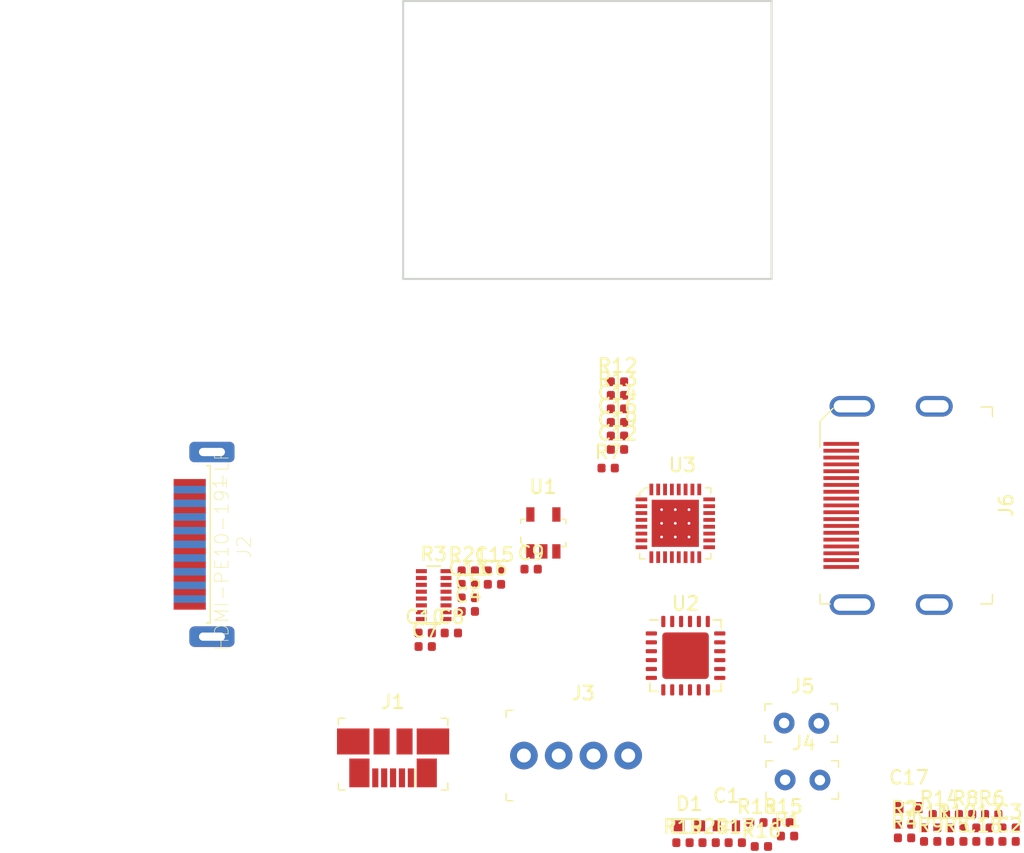
<source format=kicad_pcb>
(kicad_pcb (version 20171130) (host pcbnew 5.0.2-bee76a0~70~ubuntu18.04.1)

  (general
    (thickness 1.55)
    (drawings 4)
    (tracks 0)
    (zones 0)
    (modules 50)
    (nets 64)
  )

  (page A4)
  (layers
    (0 F.Cu signal)
    (1 In1.Cu power)
    (2 In2.Cu power)
    (31 B.Cu signal)
    (32 B.Adhes user)
    (33 F.Adhes user)
    (34 B.Paste user)
    (35 F.Paste user)
    (36 B.SilkS user)
    (37 F.SilkS user)
    (38 B.Mask user)
    (39 F.Mask user)
    (40 Dwgs.User user)
    (41 Cmts.User user)
    (42 Eco1.User user hide)
    (43 Eco2.User user)
    (44 Edge.Cuts user)
    (45 Margin user hide)
    (46 B.CrtYd user)
    (47 F.CrtYd user)
    (48 B.Fab user)
    (49 F.Fab user hide)
  )

  (setup
    (last_trace_width 0.2)
    (trace_clearance 0.2)
    (zone_clearance 0.2)
    (zone_45_only no)
    (trace_min 0.15)
    (segment_width 0.35)
    (edge_width 0.15)
    (via_size 0.6)
    (via_drill 0.25)
    (via_min_size 0.6)
    (via_min_drill 0.25)
    (uvia_size 0.3)
    (uvia_drill 0.1)
    (uvias_allowed no)
    (uvia_min_size 0.2)
    (uvia_min_drill 0.1)
    (pcb_text_width 0.3)
    (pcb_text_size 1.5 1.5)
    (mod_edge_width 0.15)
    (mod_text_size 1 1)
    (mod_text_width 0.15)
    (pad_size 0.2999 0.65)
    (pad_drill 0)
    (pad_to_mask_clearance 0.051)
    (solder_mask_min_width 0.25)
    (aux_axis_origin 0 0)
    (visible_elements FFFFFF7F)
    (pcbplotparams
      (layerselection 0x010fc_ffffffff)
      (usegerberextensions false)
      (usegerberattributes false)
      (usegerberadvancedattributes false)
      (creategerberjobfile false)
      (excludeedgelayer true)
      (linewidth 0.100000)
      (plotframeref false)
      (viasonmask false)
      (mode 1)
      (useauxorigin false)
      (hpglpennumber 1)
      (hpglpenspeed 20)
      (hpglpendiameter 15.000000)
      (psnegative false)
      (psa4output false)
      (plotreference true)
      (plotvalue true)
      (plotinvisibletext false)
      (padsonsilk false)
      (subtractmaskfromsilk false)
      (outputformat 1)
      (mirror false)
      (drillshape 0)
      (scaleselection 1)
      (outputdirectory "Output/"))
  )

  (net 0 "")
  (net 1 +5V)
  (net 2 GND)
  (net 3 "Net-(J1-PadSH)")
  (net 4 /VUSB)
  (net 5 "Net-(J1-Pad2)")
  (net 6 "Net-(J1-Pad3)")
  (net 7 "Net-(J1-Pad4)")
  (net 8 VDD)
  (net 9 "Net-(C7-Pad1)")
  (net 10 /IN_CLK_N)
  (net 11 /IN_D2_P)
  (net 12 /IN_CLK_P)
  (net 13 /IN_D0_N)
  (net 14 /IN_D0_P)
  (net 15 /IN_D1_P)
  (net 16 /IN_D1_N)
  (net 17 /IN_D2_N)
  (net 18 /C_IN_CLK_N)
  (net 19 /OUT_D2_P)
  (net 20 /EQ1)
  (net 21 /DDET)
  (net 22 "Net-(R13-Pad2)")
  (net 23 /HPD_SRC)
  (net 24 /SDA_SRC)
  (net 25 /SCL_SRC)
  (net 26 /EQ0)
  (net 27 /OUT_D2_N)
  (net 28 /OUT_D1_P)
  (net 29 /OUT_D1_N)
  (net 30 /OUT_D0_P)
  (net 31 /OUT_D0_N)
  (net 32 /OUT_CLK_P)
  (net 33 /OUT_CLK_N)
  (net 34 /SCL_SINK)
  (net 35 /SDA_SINK)
  (net 36 /HPD_SINK)
  (net 37 /DCC_EN)
  (net 38 "Net-(U3-Pad23)")
  (net 39 /HIZ_EN)
  (net 40 /C_IN_CLK_P)
  (net 41 /C_IN_D0_N)
  (net 42 /C_IN_D0_P)
  (net 43 /C_IN_D1_N)
  (net 44 /C_IN_D1_P)
  (net 45 /C_IN_D2_N)
  (net 46 /C_IN_D2_P)
  (net 47 "Net-(R4-Pad1)")
  (net 48 "Net-(R5-Pad2)")
  (net 49 "Net-(R6-Pad2)")
  (net 50 "Net-(U2-Pad7)")
  (net 51 /UART_TX)
  (net 52 /UART_RX)
  (net 53 "Net-(C6-Pad1)")
  (net 54 "Net-(C4-Pad1)")
  (net 55 "Net-(R1-Pad2)")
  (net 56 "Net-(R2-Pad2)")
  (net 57 /DBG_SWCLK)
  (net 58 /DBG_SWDIO)
  (net 59 /SDA_MCU)
  (net 60 /SCL_MCU)
  (net 61 "Net-(D1-Pad1)")
  (net 62 /CEC)
  (net 63 /UTILITY)

  (net_class Default "This is the default net class."
    (clearance 0.2)
    (trace_width 0.2)
    (via_dia 0.6)
    (via_drill 0.25)
    (uvia_dia 0.3)
    (uvia_drill 0.1)
    (diff_pair_gap 0.2)
    (diff_pair_width 0.15)
    (add_net +5V)
    (add_net /CEC)
    (add_net /C_IN_CLK_N)
    (add_net /C_IN_CLK_P)
    (add_net /C_IN_D0_N)
    (add_net /C_IN_D0_P)
    (add_net /C_IN_D1_N)
    (add_net /C_IN_D1_P)
    (add_net /C_IN_D2_N)
    (add_net /C_IN_D2_P)
    (add_net /DBG_SWCLK)
    (add_net /DBG_SWDIO)
    (add_net /DCC_EN)
    (add_net /DDET)
    (add_net /EQ0)
    (add_net /EQ1)
    (add_net /HIZ_EN)
    (add_net /HPD_SINK)
    (add_net /HPD_SRC)
    (add_net /IN_CLK_N)
    (add_net /IN_CLK_P)
    (add_net /IN_D0_N)
    (add_net /IN_D0_P)
    (add_net /IN_D1_N)
    (add_net /IN_D1_P)
    (add_net /IN_D2_N)
    (add_net /IN_D2_P)
    (add_net /OUT_CLK_N)
    (add_net /OUT_CLK_P)
    (add_net /OUT_D0_N)
    (add_net /OUT_D0_P)
    (add_net /OUT_D1_N)
    (add_net /OUT_D1_P)
    (add_net /OUT_D2_N)
    (add_net /OUT_D2_P)
    (add_net /SCL_MCU)
    (add_net /SCL_SINK)
    (add_net /SCL_SRC)
    (add_net /SDA_MCU)
    (add_net /SDA_SINK)
    (add_net /SDA_SRC)
    (add_net /UART_RX)
    (add_net /UART_TX)
    (add_net /UTILITY)
    (add_net /VUSB)
    (add_net GND)
    (add_net "Net-(C4-Pad1)")
    (add_net "Net-(C6-Pad1)")
    (add_net "Net-(C7-Pad1)")
    (add_net "Net-(D1-Pad1)")
    (add_net "Net-(J1-Pad2)")
    (add_net "Net-(J1-Pad3)")
    (add_net "Net-(J1-Pad4)")
    (add_net "Net-(J1-PadSH)")
    (add_net "Net-(R1-Pad2)")
    (add_net "Net-(R13-Pad2)")
    (add_net "Net-(R2-Pad2)")
    (add_net "Net-(R4-Pad1)")
    (add_net "Net-(R5-Pad2)")
    (add_net "Net-(R6-Pad2)")
    (add_net "Net-(U2-Pad7)")
    (add_net "Net-(U3-Pad23)")
    (add_net VDD)
  )

  (module antmicro-footprints:HDMI-PE10-19-LF (layer F.Cu) (tedit 5DB1507B) (tstamp 5DB1977B)
    (at 111.5314 124.8156 270)
    (descr "WR-COM SMT Horizontal HDMI, 19 pins")
    (path /5DBAED87)
    (attr smd)
    (fp_text reference J2 (at 0.2 -3.975 270) (layer F.SilkS)
      (effects (font (size 1 1) (thickness 0.05)))
    )
    (fp_text value HDMI-PE10-19-LF (at 0.45 -2.35 270) (layer F.SilkS)
      (effects (font (size 1 1) (thickness 0.05)))
    )
    (fp_text user 1 (at -4.475 -2.225 270) (layer F.SilkS)
      (effects (font (size 1 1) (thickness 0.05)))
    )
    (fp_line (start -7.5 10.35) (end -7.5 -0.15) (layer Eco2.User) (width 0.127))
    (fp_line (start -7.5 10.35) (end -7.5 13.8) (layer Eco2.User) (width 0.127))
    (fp_line (start -7.5 13.8) (end 7.5 13.8) (layer Eco2.User) (width 0.127))
    (fp_line (start 0 1.175) (end 5.775 1.175) (layer F.Fab) (width 0.1))
    (fp_line (start 5.775 1.175) (end 5.775 0.025) (layer F.Fab) (width 0.1))
    (fp_line (start 5.775 0.025) (end 7.5 0.025) (layer F.Fab) (width 0.1))
    (fp_line (start 0.025 1.175) (end -5.725 1.175) (layer F.Fab) (width 0.1))
    (fp_line (start -5.725 1.175) (end -5.725 0.025) (layer F.Fab) (width 0.1))
    (fp_line (start -5.725 0.025) (end -7.5 0.025) (layer F.Fab) (width 0.1))
    (fp_line (start -5.75 -1.225) (end -5.75 -1.5) (layer F.SilkS) (width 0.1))
    (fp_line (start -5.75 -1.5) (end 5.75 -1.5) (layer F.SilkS) (width 0.1))
    (fp_line (start 5.75 -1.5) (end 5.75 -1.225) (layer F.SilkS) (width 0.1))
    (fp_line (start 7.5 10.35) (end 7.5 -0.15) (layer Eco2.User) (width 0.127))
    (fp_line (start 7.5 10.35) (end 7.5 13.8) (layer Eco2.User) (width 0.127))
    (pad SH thru_hole roundrect (at -6.75 -1.625) (size 3.3 1.5) (drill oval 1.9 0.6) (layers *.Cu *.Mask) (roundrect_rratio 0.25)
      (net 2 GND))
    (pad SH thru_hole roundrect (at 6.75 -1.625) (size 3.3 1.5) (drill oval 1.9 0.6) (layers *.Cu *.Mask) (roundrect_rratio 0.25)
      (net 2 GND))
    (pad 10 smd rect (at 0 0 90) (size 0.55 2.35) (layers B.Cu B.Paste B.Mask)
      (net 12 /IN_CLK_P))
    (pad 11 smd rect (at 0.5 0 90) (size 0.55 2.35) (layers F.Cu F.Paste F.Mask)
      (net 2 GND))
    (pad 12 smd rect (at 1 0 90) (size 0.55 2.35) (layers B.Cu B.Paste B.Mask)
      (net 10 /IN_CLK_N))
    (pad 13 smd rect (at 1.5 0 90) (size 0.55 2.35) (layers F.Cu F.Paste F.Mask)
      (net 62 /CEC))
    (pad 14 smd rect (at 2 0 90) (size 0.55 2.35) (layers B.Cu B.Paste B.Mask)
      (net 63 /UTILITY))
    (pad 15 smd rect (at 2.5 0 90) (size 0.55 2.35) (layers F.Cu F.Paste F.Mask)
      (net 25 /SCL_SRC))
    (pad 16 smd rect (at 3 0 90) (size 0.55 2.35) (layers B.Cu B.Paste B.Mask)
      (net 24 /SDA_SRC))
    (pad 17 smd rect (at 3.5 0 90) (size 0.55 2.35) (layers F.Cu F.Paste F.Mask)
      (net 2 GND))
    (pad 9 smd rect (at -0.5 0 90) (size 0.55 2.35) (layers F.Cu F.Paste F.Mask)
      (net 13 /IN_D0_N))
    (pad 8 smd rect (at -1 0 90) (size 0.55 2.35) (layers B.Cu B.Paste B.Mask)
      (net 2 GND))
    (pad 7 smd rect (at -1.5 0 90) (size 0.55 2.35) (layers F.Cu F.Paste F.Mask)
      (net 14 /IN_D0_P))
    (pad 6 smd rect (at -2 0 90) (size 0.55 2.35) (layers B.Cu B.Paste B.Mask)
      (net 16 /IN_D1_N))
    (pad 5 smd rect (at -2.5 0 90) (size 0.55 2.35) (layers F.Cu F.Paste F.Mask)
      (net 2 GND))
    (pad 4 smd rect (at -3 0 90) (size 0.55 2.35) (layers B.Cu B.Paste B.Mask)
      (net 15 /IN_D1_P))
    (pad 3 smd rect (at -3.5 0 90) (size 0.55 2.35) (layers F.Cu F.Paste F.Mask)
      (net 17 /IN_D2_N))
    (pad 18 smd rect (at 4 0 90) (size 0.55 2.35) (layers B.Cu B.Paste B.Mask)
      (net 1 +5V))
    (pad 19 smd rect (at 4.5 0 90) (size 0.55 2.35) (layers F.Cu F.Paste F.Mask)
      (net 23 /HPD_SRC))
    (pad 2 smd rect (at -4 0 90) (size 0.55 2.35) (layers B.Cu B.Paste B.Mask)
      (net 2 GND))
    (pad 1 smd rect (at -4.5 0 90) (size 0.55 2.35) (layers F.Cu F.Paste F.Mask)
      (net 11 /IN_D2_P))
    (model ${ANT3DMDL}/hdmi-plug-face.step
      (offset (xyz 0 -4.4 -1))
      (scale (xyz 1 1 1))
      (rotate (xyz 90 180 180))
    )
  )

  (module antmicro-footprints:HDMI_A_Female_685119134923 (layer F.Cu) (tedit 5DB062DB) (tstamp 5DB19753)
    (at 160.4391 121.9708 270)
    (descr http://media.digikey.com/pdf/Data%20Sheets/CNC%20Tech%20PDFs/HDMI_A_Female_2000-1-2-41-00-BK_Dwg.pdf)
    (path /5DBAFB0A)
    (attr smd)
    (fp_text reference J6 (at 0 -10.75 270) (layer F.SilkS)
      (effects (font (size 1 1) (thickness 0.15)))
    )
    (fp_text value 685119134923_ (at 0 3.9 270) (layer F.Fab)
      (effects (font (size 1 1) (thickness 0.15)))
    )
    (fp_line (start -9 3.1) (end -9 -9.9) (layer F.CrtYd) (width 0.05))
    (fp_line (start 9 3.1) (end -9 3.1) (layer F.CrtYd) (width 0.05))
    (fp_line (start 9 -9.9) (end 9 3.1) (layer F.CrtYd) (width 0.05))
    (fp_line (start -9 -9.9) (end 9 -9.9) (layer F.CrtYd) (width 0.05))
    (fp_line (start 7.2 2.85) (end 6.5 2.85) (layer F.SilkS) (width 0.1))
    (fp_line (start 7.2 2.1) (end 7.2 2.85) (layer F.SilkS) (width 0.1))
    (fp_line (start -6.15 2.85) (end -7.1 1.9) (layer F.SilkS) (width 0.1))
    (fp_line (start -4.25 2.85) (end -6.15 2.85) (layer F.SilkS) (width 0.1))
    (fp_line (start 7.2 -9.75) (end 7.2 -8.9) (layer F.SilkS) (width 0.1))
    (fp_line (start 6.5 -9.75) (end 7.2 -9.75) (layer F.SilkS) (width 0.1))
    (fp_line (start -7.2 -9.75) (end -6.5 -9.75) (layer F.SilkS) (width 0.1))
    (fp_line (start -7.2 -8.9) (end -7.2 -9.75) (layer F.SilkS) (width 0.1))
    (fp_text user REF** (at 0.05 -3.05 270) (layer F.Fab)
      (effects (font (size 1 1) (thickness 0.15)))
    )
    (fp_line (start -7 1.6) (end -6 2.6) (layer F.Fab) (width 0.1))
    (fp_line (start -7 -9.54) (end 7 -9.54) (layer F.Fab) (width 0.1))
    (fp_line (start -7 1.6) (end -7 -9.54) (layer F.Fab) (width 0.1))
    (fp_line (start 7 2.61) (end -6 2.61) (layer F.Fab) (width 0.1))
    (fp_line (start 7 2.61) (end 7 -9.54) (layer F.Fab) (width 0.1))
    (pad 10 smd rect (at 0 1.3 270) (size 0.28 2.6) (layers F.Cu F.Paste F.Mask)
      (net 32 /OUT_CLK_P))
    (pad 9 smd rect (at -0.5 1.3 270) (size 0.28 2.6) (layers F.Cu F.Paste F.Mask)
      (net 31 /OUT_D0_N))
    (pad 8 smd rect (at -1 1.3 270) (size 0.28 2.6) (layers F.Cu F.Paste F.Mask)
      (net 2 GND))
    (pad 7 smd rect (at -1.5 1.3 270) (size 0.28 2.6) (layers F.Cu F.Paste F.Mask)
      (net 30 /OUT_D0_P))
    (pad 6 smd rect (at -2 1.3 270) (size 0.28 2.6) (layers F.Cu F.Paste F.Mask)
      (net 29 /OUT_D1_N))
    (pad 5 smd rect (at -2.5 1.3 270) (size 0.28 2.6) (layers F.Cu F.Paste F.Mask)
      (net 2 GND))
    (pad 4 smd rect (at -3 1.3 270) (size 0.28 2.6) (layers F.Cu F.Paste F.Mask)
      (net 28 /OUT_D1_P))
    (pad 3 smd rect (at -3.5 1.3 270) (size 0.28 2.6) (layers F.Cu F.Paste F.Mask)
      (net 27 /OUT_D2_N))
    (pad 2 smd rect (at -4 1.3 270) (size 0.28 2.6) (layers F.Cu F.Paste F.Mask)
      (net 2 GND))
    (pad 1 smd rect (at -4.5 1.3 270) (size 0.28 2.6) (layers F.Cu F.Paste F.Mask)
      (net 19 /OUT_D2_P))
    (pad 11 smd rect (at 0.5 1.3 270) (size 0.28 2.6) (layers F.Cu F.Paste F.Mask)
      (net 2 GND))
    (pad 12 smd rect (at 1 1.3 270) (size 0.28 2.6) (layers F.Cu F.Paste F.Mask)
      (net 33 /OUT_CLK_N))
    (pad 13 smd rect (at 1.5 1.3 270) (size 0.28 2.6) (layers F.Cu F.Paste F.Mask)
      (net 62 /CEC))
    (pad 14 smd rect (at 2 1.3 270) (size 0.28 2.6) (layers F.Cu F.Paste F.Mask)
      (net 63 /UTILITY))
    (pad 15 smd rect (at 2.5 1.3 270) (size 0.28 2.6) (layers F.Cu F.Paste F.Mask)
      (net 34 /SCL_SINK))
    (pad 16 smd rect (at 3 1.3 270) (size 0.28 2.6) (layers F.Cu F.Paste F.Mask)
      (net 35 /SDA_SINK))
    (pad 17 smd rect (at 3.5 1.3 270) (size 0.28 2.6) (layers F.Cu F.Paste F.Mask)
      (net 2 GND))
    (pad 18 smd rect (at 4 1.3 270) (size 0.28 2.6) (layers F.Cu F.Paste F.Mask)
      (net 1 +5V))
    (pad 19 smd rect (at 4.5 1.3 270) (size 0.28 2.6) (layers F.Cu F.Paste F.Mask)
      (net 36 /HPD_SINK))
    (pad SH thru_hole oval (at -7.25 0.5 270) (size 1.5 3.3) (drill oval 0.9 2.7) (layers *.Cu *.Mask)
      (net 2 GND))
    (pad SH thru_hole oval (at 7.25 0.5 270) (size 1.5 3.3) (drill oval 0.9 2.7) (layers *.Cu *.Mask)
      (net 2 GND))
    (pad SH thru_hole oval (at 7.25 -5.5 270) (size 1.5 2.7) (drill oval 0.9 2.1) (layers *.Cu *.Mask)
      (net 2 GND))
    (pad SH thru_hole oval (at -7.25 -5.5 270) (size 1.5 2.7) (drill oval 0.9 2.1) (layers *.Cu *.Mask)
      (net 2 GND))
    (model ${ANT3DMDL}/685119134923.stp
      (offset (xyz 0 1 4.1))
      (scale (xyz 1 1 1))
      (rotate (xyz 0 0 0))
    )
  )

  (module antmicro-footprints:0402-cap (layer F.Cu) (tedit 5D5E9295) (tstamp 5DB0C48C)
    (at 171.406501 146.537001)
    (descr "Resistor SMD 0402 (1005 Metric), square (rectangular) end terminal, IPC_7351 nominal, (Body size source: http://www.tortai-tech.com/upload/download/2011102023233369053.pdf), generated with kicad-footprint-generator")
    (tags resistor)
    (path /5DB16C96)
    (attr smd)
    (fp_text reference C2 (at 0 -1.17) (layer F.SilkS)
      (effects (font (size 1 1) (thickness 0.15)))
    )
    (fp_text value C_100n_0402_6V3 (at 0 1.17) (layer F.Fab)
      (effects (font (size 1 1) (thickness 0.15)))
    )
    (fp_line (start -0.5 0.25) (end -0.5 -0.25) (layer F.Fab) (width 0.1))
    (fp_line (start -0.5 -0.25) (end 0.5 -0.25) (layer F.Fab) (width 0.1))
    (fp_line (start 0.5 -0.25) (end 0.5 0.25) (layer F.Fab) (width 0.1))
    (fp_line (start 0.5 0.25) (end -0.5 0.25) (layer F.Fab) (width 0.1))
    (fp_line (start -0.93 0.47) (end -0.93 -0.47) (layer F.CrtYd) (width 0.05))
    (fp_line (start -0.93 -0.47) (end 0.93 -0.47) (layer F.CrtYd) (width 0.05))
    (fp_line (start 0.93 -0.47) (end 0.93 0.47) (layer F.CrtYd) (width 0.05))
    (fp_line (start 0.93 0.47) (end -0.93 0.47) (layer F.CrtYd) (width 0.05))
    (fp_text user %R (at 0 0) (layer F.Fab)
      (effects (font (size 0.25 0.25) (thickness 0.04)))
    )
    (pad 1 smd roundrect (at -0.485 0) (size 0.59 0.64) (layers F.Cu F.Paste F.Mask) (roundrect_rratio 0.25)
      (net 2 GND))
    (pad 2 smd roundrect (at 0.485 0) (size 0.59 0.64) (layers F.Cu F.Paste F.Mask) (roundrect_rratio 0.25)
      (net 1 +5V))
    (model ${ANT3DMDL}/0402-cap.step
      (offset (xyz 0 0 0.2))
      (scale (xyz 1 1 1))
      (rotate (xyz 0 0 0))
    )
  )

  (module antmicro-footprints:0402-cap (layer F.Cu) (tedit 5D5E9295) (tstamp 5DB0C47D)
    (at 131.889201 129.718101)
    (descr "Resistor SMD 0402 (1005 Metric), square (rectangular) end terminal, IPC_7351 nominal, (Body size source: http://www.tortai-tech.com/upload/download/2011102023233369053.pdf), generated with kicad-footprint-generator")
    (tags resistor)
    (path /5DF67899)
    (attr smd)
    (fp_text reference C4 (at 0 -1.17) (layer F.SilkS)
      (effects (font (size 1 1) (thickness 0.15)))
    )
    (fp_text value C_1u_0402 (at 0 1.17) (layer F.Fab)
      (effects (font (size 1 1) (thickness 0.15)))
    )
    (fp_text user %R (at 0 0) (layer F.Fab)
      (effects (font (size 0.25 0.25) (thickness 0.04)))
    )
    (fp_line (start 0.93 0.47) (end -0.93 0.47) (layer F.CrtYd) (width 0.05))
    (fp_line (start 0.93 -0.47) (end 0.93 0.47) (layer F.CrtYd) (width 0.05))
    (fp_line (start -0.93 -0.47) (end 0.93 -0.47) (layer F.CrtYd) (width 0.05))
    (fp_line (start -0.93 0.47) (end -0.93 -0.47) (layer F.CrtYd) (width 0.05))
    (fp_line (start 0.5 0.25) (end -0.5 0.25) (layer F.Fab) (width 0.1))
    (fp_line (start 0.5 -0.25) (end 0.5 0.25) (layer F.Fab) (width 0.1))
    (fp_line (start -0.5 -0.25) (end 0.5 -0.25) (layer F.Fab) (width 0.1))
    (fp_line (start -0.5 0.25) (end -0.5 -0.25) (layer F.Fab) (width 0.1))
    (pad 2 smd roundrect (at 0.485 0) (size 0.59 0.64) (layers F.Cu F.Paste F.Mask) (roundrect_rratio 0.25)
      (net 2 GND))
    (pad 1 smd roundrect (at -0.485 0) (size 0.59 0.64) (layers F.Cu F.Paste F.Mask) (roundrect_rratio 0.25)
      (net 54 "Net-(C4-Pad1)"))
    (model ${ANT3DMDL}/0402-cap.step
      (offset (xyz 0 0 0.2))
      (scale (xyz 1 1 1))
      (rotate (xyz 0 0 0))
    )
  )

  (module antmicro-footprints:0402-cap (layer F.Cu) (tedit 5D5E9295) (tstamp 5DB0C46E)
    (at 171.406501 145.547001)
    (descr "Resistor SMD 0402 (1005 Metric), square (rectangular) end terminal, IPC_7351 nominal, (Body size source: http://www.tortai-tech.com/upload/download/2011102023233369053.pdf), generated with kicad-footprint-generator")
    (tags resistor)
    (path /5DB29179)
    (attr smd)
    (fp_text reference C3 (at 0 -1.17) (layer F.SilkS)
      (effects (font (size 1 1) (thickness 0.15)))
    )
    (fp_text value C_2u2_0402 (at 0 1.17) (layer F.Fab)
      (effects (font (size 1 1) (thickness 0.15)))
    )
    (fp_line (start -0.5 0.25) (end -0.5 -0.25) (layer F.Fab) (width 0.1))
    (fp_line (start -0.5 -0.25) (end 0.5 -0.25) (layer F.Fab) (width 0.1))
    (fp_line (start 0.5 -0.25) (end 0.5 0.25) (layer F.Fab) (width 0.1))
    (fp_line (start 0.5 0.25) (end -0.5 0.25) (layer F.Fab) (width 0.1))
    (fp_line (start -0.93 0.47) (end -0.93 -0.47) (layer F.CrtYd) (width 0.05))
    (fp_line (start -0.93 -0.47) (end 0.93 -0.47) (layer F.CrtYd) (width 0.05))
    (fp_line (start 0.93 -0.47) (end 0.93 0.47) (layer F.CrtYd) (width 0.05))
    (fp_line (start 0.93 0.47) (end -0.93 0.47) (layer F.CrtYd) (width 0.05))
    (fp_text user %R (at 0 0) (layer F.Fab)
      (effects (font (size 0.25 0.25) (thickness 0.04)))
    )
    (pad 1 smd roundrect (at -0.485 0) (size 0.59 0.64) (layers F.Cu F.Paste F.Mask) (roundrect_rratio 0.25)
      (net 1 +5V))
    (pad 2 smd roundrect (at 0.485 0) (size 0.59 0.64) (layers F.Cu F.Paste F.Mask) (roundrect_rratio 0.25)
      (net 2 GND))
    (model ${ANT3DMDL}/0402-cap.step
      (offset (xyz 0 0 0.2))
      (scale (xyz 1 1 1))
      (rotate (xyz 0 0 0))
    )
  )

  (module antmicro-footprints:0402-cap (layer F.Cu) (tedit 5D5E9295) (tstamp 5DB0C45F)
    (at 142.789201 117.878101)
    (descr "Resistor SMD 0402 (1005 Metric), square (rectangular) end terminal, IPC_7351 nominal, (Body size source: http://www.tortai-tech.com/upload/download/2011102023233369053.pdf), generated with kicad-footprint-generator")
    (tags resistor)
    (path /5DB163D3)
    (attr smd)
    (fp_text reference C12 (at 0 -1.17) (layer F.SilkS)
      (effects (font (size 1 1) (thickness 0.15)))
    )
    (fp_text value C_100n_0402_6V3 (at 0 1.17) (layer F.Fab)
      (effects (font (size 1 1) (thickness 0.15)))
    )
    (fp_text user %R (at 0 0) (layer F.Fab)
      (effects (font (size 0.25 0.25) (thickness 0.04)))
    )
    (fp_line (start 0.93 0.47) (end -0.93 0.47) (layer F.CrtYd) (width 0.05))
    (fp_line (start 0.93 -0.47) (end 0.93 0.47) (layer F.CrtYd) (width 0.05))
    (fp_line (start -0.93 -0.47) (end 0.93 -0.47) (layer F.CrtYd) (width 0.05))
    (fp_line (start -0.93 0.47) (end -0.93 -0.47) (layer F.CrtYd) (width 0.05))
    (fp_line (start 0.5 0.25) (end -0.5 0.25) (layer F.Fab) (width 0.1))
    (fp_line (start 0.5 -0.25) (end 0.5 0.25) (layer F.Fab) (width 0.1))
    (fp_line (start -0.5 -0.25) (end 0.5 -0.25) (layer F.Fab) (width 0.1))
    (fp_line (start -0.5 0.25) (end -0.5 -0.25) (layer F.Fab) (width 0.1))
    (pad 2 smd roundrect (at 0.485 0) (size 0.59 0.64) (layers F.Cu F.Paste F.Mask) (roundrect_rratio 0.25)
      (net 10 /IN_CLK_N))
    (pad 1 smd roundrect (at -0.485 0) (size 0.59 0.64) (layers F.Cu F.Paste F.Mask) (roundrect_rratio 0.25)
      (net 18 /C_IN_CLK_N))
    (model ${ANT3DMDL}/0402-cap.step
      (offset (xyz 0 0 0.2))
      (scale (xyz 1 1 1))
      (rotate (xyz 0 0 0))
    )
  )

  (module antmicro-footprints:0402-cap (layer F.Cu) (tedit 5D5E9295) (tstamp 5DB0C450)
    (at 131.889201 128.728101)
    (descr "Resistor SMD 0402 (1005 Metric), square (rectangular) end terminal, IPC_7351 nominal, (Body size source: http://www.tortai-tech.com/upload/download/2011102023233369053.pdf), generated with kicad-footprint-generator")
    (tags resistor)
    (path /5DF2D763)
    (attr smd)
    (fp_text reference C5 (at 0 -1.17) (layer F.SilkS)
      (effects (font (size 1 1) (thickness 0.15)))
    )
    (fp_text value C_1u_0402 (at 0 1.17) (layer F.Fab)
      (effects (font (size 1 1) (thickness 0.15)))
    )
    (fp_line (start -0.5 0.25) (end -0.5 -0.25) (layer F.Fab) (width 0.1))
    (fp_line (start -0.5 -0.25) (end 0.5 -0.25) (layer F.Fab) (width 0.1))
    (fp_line (start 0.5 -0.25) (end 0.5 0.25) (layer F.Fab) (width 0.1))
    (fp_line (start 0.5 0.25) (end -0.5 0.25) (layer F.Fab) (width 0.1))
    (fp_line (start -0.93 0.47) (end -0.93 -0.47) (layer F.CrtYd) (width 0.05))
    (fp_line (start -0.93 -0.47) (end 0.93 -0.47) (layer F.CrtYd) (width 0.05))
    (fp_line (start 0.93 -0.47) (end 0.93 0.47) (layer F.CrtYd) (width 0.05))
    (fp_line (start 0.93 0.47) (end -0.93 0.47) (layer F.CrtYd) (width 0.05))
    (fp_text user %R (at 0 0) (layer F.Fab)
      (effects (font (size 0.25 0.25) (thickness 0.04)))
    )
    (pad 1 smd roundrect (at -0.485 0) (size 0.59 0.64) (layers F.Cu F.Paste F.Mask) (roundrect_rratio 0.25)
      (net 8 VDD))
    (pad 2 smd roundrect (at 0.485 0) (size 0.59 0.64) (layers F.Cu F.Paste F.Mask) (roundrect_rratio 0.25)
      (net 2 GND))
    (model ${ANT3DMDL}/0402-cap.step
      (offset (xyz 0 0 0.2))
      (scale (xyz 1 1 1))
      (rotate (xyz 0 0 0))
    )
  )

  (module antmicro-footprints:0402-cap (layer F.Cu) (tedit 5D5E9295) (tstamp 5DB0C441)
    (at 133.799201 127.738101)
    (descr "Resistor SMD 0402 (1005 Metric), square (rectangular) end terminal, IPC_7351 nominal, (Body size source: http://www.tortai-tech.com/upload/download/2011102023233369053.pdf), generated with kicad-footprint-generator")
    (tags resistor)
    (path /5DF2D1A1)
    (attr smd)
    (fp_text reference C6 (at 0 -1.17) (layer F.SilkS)
      (effects (font (size 1 1) (thickness 0.15)))
    )
    (fp_text value C_1u_0402 (at 0 1.17) (layer F.Fab)
      (effects (font (size 1 1) (thickness 0.15)))
    )
    (fp_text user %R (at 0 0) (layer F.Fab)
      (effects (font (size 0.25 0.25) (thickness 0.04)))
    )
    (fp_line (start 0.93 0.47) (end -0.93 0.47) (layer F.CrtYd) (width 0.05))
    (fp_line (start 0.93 -0.47) (end 0.93 0.47) (layer F.CrtYd) (width 0.05))
    (fp_line (start -0.93 -0.47) (end 0.93 -0.47) (layer F.CrtYd) (width 0.05))
    (fp_line (start -0.93 0.47) (end -0.93 -0.47) (layer F.CrtYd) (width 0.05))
    (fp_line (start 0.5 0.25) (end -0.5 0.25) (layer F.Fab) (width 0.1))
    (fp_line (start 0.5 -0.25) (end 0.5 0.25) (layer F.Fab) (width 0.1))
    (fp_line (start -0.5 -0.25) (end 0.5 -0.25) (layer F.Fab) (width 0.1))
    (fp_line (start -0.5 0.25) (end -0.5 -0.25) (layer F.Fab) (width 0.1))
    (pad 2 smd roundrect (at 0.485 0) (size 0.59 0.64) (layers F.Cu F.Paste F.Mask) (roundrect_rratio 0.25)
      (net 2 GND))
    (pad 1 smd roundrect (at -0.485 0) (size 0.59 0.64) (layers F.Cu F.Paste F.Mask) (roundrect_rratio 0.25)
      (net 53 "Net-(C6-Pad1)"))
    (model ${ANT3DMDL}/0402-cap.step
      (offset (xyz 0 0 0.2))
      (scale (xyz 1 1 1))
      (rotate (xyz 0 0 0))
    )
  )

  (module antmicro-footprints:0402-cap (layer F.Cu) (tedit 5D5E9295) (tstamp 5DB0C432)
    (at 128.739201 132.288101)
    (descr "Resistor SMD 0402 (1005 Metric), square (rectangular) end terminal, IPC_7351 nominal, (Body size source: http://www.tortai-tech.com/upload/download/2011102023233369053.pdf), generated with kicad-footprint-generator")
    (tags resistor)
    (path /5DB28F55)
    (attr smd)
    (fp_text reference C7 (at 0 -1.17) (layer F.SilkS)
      (effects (font (size 1 1) (thickness 0.15)))
    )
    (fp_text value C_10n_0402 (at 0 1.17) (layer F.Fab)
      (effects (font (size 1 1) (thickness 0.15)))
    )
    (fp_line (start -0.5 0.25) (end -0.5 -0.25) (layer F.Fab) (width 0.1))
    (fp_line (start -0.5 -0.25) (end 0.5 -0.25) (layer F.Fab) (width 0.1))
    (fp_line (start 0.5 -0.25) (end 0.5 0.25) (layer F.Fab) (width 0.1))
    (fp_line (start 0.5 0.25) (end -0.5 0.25) (layer F.Fab) (width 0.1))
    (fp_line (start -0.93 0.47) (end -0.93 -0.47) (layer F.CrtYd) (width 0.05))
    (fp_line (start -0.93 -0.47) (end 0.93 -0.47) (layer F.CrtYd) (width 0.05))
    (fp_line (start 0.93 -0.47) (end 0.93 0.47) (layer F.CrtYd) (width 0.05))
    (fp_line (start 0.93 0.47) (end -0.93 0.47) (layer F.CrtYd) (width 0.05))
    (fp_text user %R (at 0 0) (layer F.Fab)
      (effects (font (size 0.25 0.25) (thickness 0.04)))
    )
    (pad 1 smd roundrect (at -0.485 0) (size 0.59 0.64) (layers F.Cu F.Paste F.Mask) (roundrect_rratio 0.25)
      (net 9 "Net-(C7-Pad1)"))
    (pad 2 smd roundrect (at 0.485 0) (size 0.59 0.64) (layers F.Cu F.Paste F.Mask) (roundrect_rratio 0.25)
      (net 2 GND))
    (model ${ANT3DMDL}/0402-cap.step
      (offset (xyz 0 0 0.2))
      (scale (xyz 1 1 1))
      (rotate (xyz 0 0 0))
    )
  )

  (module antmicro-footprints:0402-cap (layer F.Cu) (tedit 5D5E9295) (tstamp 5DB0C423)
    (at 130.649201 131.298101)
    (descr "Resistor SMD 0402 (1005 Metric), square (rectangular) end terminal, IPC_7351 nominal, (Body size source: http://www.tortai-tech.com/upload/download/2011102023233369053.pdf), generated with kicad-footprint-generator")
    (tags resistor)
    (path /5DB29085)
    (attr smd)
    (fp_text reference C8 (at 0 -1.17) (layer F.SilkS)
      (effects (font (size 1 1) (thickness 0.15)))
    )
    (fp_text value C_2u2_0402 (at 0 1.17) (layer F.Fab)
      (effects (font (size 1 1) (thickness 0.15)))
    )
    (fp_text user %R (at 0 0) (layer F.Fab)
      (effects (font (size 0.25 0.25) (thickness 0.04)))
    )
    (fp_line (start 0.93 0.47) (end -0.93 0.47) (layer F.CrtYd) (width 0.05))
    (fp_line (start 0.93 -0.47) (end 0.93 0.47) (layer F.CrtYd) (width 0.05))
    (fp_line (start -0.93 -0.47) (end 0.93 -0.47) (layer F.CrtYd) (width 0.05))
    (fp_line (start -0.93 0.47) (end -0.93 -0.47) (layer F.CrtYd) (width 0.05))
    (fp_line (start 0.5 0.25) (end -0.5 0.25) (layer F.Fab) (width 0.1))
    (fp_line (start 0.5 -0.25) (end 0.5 0.25) (layer F.Fab) (width 0.1))
    (fp_line (start -0.5 -0.25) (end 0.5 -0.25) (layer F.Fab) (width 0.1))
    (fp_line (start -0.5 0.25) (end -0.5 -0.25) (layer F.Fab) (width 0.1))
    (pad 2 smd roundrect (at 0.485 0) (size 0.59 0.64) (layers F.Cu F.Paste F.Mask) (roundrect_rratio 0.25)
      (net 2 GND))
    (pad 1 smd roundrect (at -0.485 0) (size 0.59 0.64) (layers F.Cu F.Paste F.Mask) (roundrect_rratio 0.25)
      (net 8 VDD))
    (model ${ANT3DMDL}/0402-cap.step
      (offset (xyz 0 0 0.2))
      (scale (xyz 1 1 1))
      (rotate (xyz 0 0 0))
    )
  )

  (module antmicro-footprints:0402-cap (layer F.Cu) (tedit 5D5E9295) (tstamp 5DB0C414)
    (at 136.479201 126.628101)
    (descr "Resistor SMD 0402 (1005 Metric), square (rectangular) end terminal, IPC_7351 nominal, (Body size source: http://www.tortai-tech.com/upload/download/2011102023233369053.pdf), generated with kicad-footprint-generator")
    (tags resistor)
    (path /5DB16C8C)
    (attr smd)
    (fp_text reference C9 (at 0 -1.17) (layer F.SilkS)
      (effects (font (size 1 1) (thickness 0.15)))
    )
    (fp_text value C_100n_0402_6V3 (at 0 1.17) (layer F.Fab)
      (effects (font (size 1 1) (thickness 0.15)))
    )
    (fp_line (start -0.5 0.25) (end -0.5 -0.25) (layer F.Fab) (width 0.1))
    (fp_line (start -0.5 -0.25) (end 0.5 -0.25) (layer F.Fab) (width 0.1))
    (fp_line (start 0.5 -0.25) (end 0.5 0.25) (layer F.Fab) (width 0.1))
    (fp_line (start 0.5 0.25) (end -0.5 0.25) (layer F.Fab) (width 0.1))
    (fp_line (start -0.93 0.47) (end -0.93 -0.47) (layer F.CrtYd) (width 0.05))
    (fp_line (start -0.93 -0.47) (end 0.93 -0.47) (layer F.CrtYd) (width 0.05))
    (fp_line (start 0.93 -0.47) (end 0.93 0.47) (layer F.CrtYd) (width 0.05))
    (fp_line (start 0.93 0.47) (end -0.93 0.47) (layer F.CrtYd) (width 0.05))
    (fp_text user %R (at 0 0) (layer F.Fab)
      (effects (font (size 0.25 0.25) (thickness 0.04)))
    )
    (pad 1 smd roundrect (at -0.485 0) (size 0.59 0.64) (layers F.Cu F.Paste F.Mask) (roundrect_rratio 0.25)
      (net 45 /C_IN_D2_N))
    (pad 2 smd roundrect (at 0.485 0) (size 0.59 0.64) (layers F.Cu F.Paste F.Mask) (roundrect_rratio 0.25)
      (net 17 /IN_D2_N))
    (model ${ANT3DMDL}/0402-cap.step
      (offset (xyz 0 0 0.2))
      (scale (xyz 1 1 1))
      (rotate (xyz 0 0 0))
    )
  )

  (module antmicro-footprints:0402-cap (layer F.Cu) (tedit 5D5E9295) (tstamp 5DB0C405)
    (at 128.739201 131.298101)
    (descr "Resistor SMD 0402 (1005 Metric), square (rectangular) end terminal, IPC_7351 nominal, (Body size source: http://www.tortai-tech.com/upload/download/2011102023233369053.pdf), generated with kicad-footprint-generator")
    (tags resistor)
    (path /5DB16B5E)
    (attr smd)
    (fp_text reference C10 (at 0 -1.17) (layer F.SilkS)
      (effects (font (size 1 1) (thickness 0.15)))
    )
    (fp_text value C_100n_0402_6V3 (at 0 1.17) (layer F.Fab)
      (effects (font (size 1 1) (thickness 0.15)))
    )
    (fp_text user %R (at 0 0) (layer F.Fab)
      (effects (font (size 0.25 0.25) (thickness 0.04)))
    )
    (fp_line (start 0.93 0.47) (end -0.93 0.47) (layer F.CrtYd) (width 0.05))
    (fp_line (start 0.93 -0.47) (end 0.93 0.47) (layer F.CrtYd) (width 0.05))
    (fp_line (start -0.93 -0.47) (end 0.93 -0.47) (layer F.CrtYd) (width 0.05))
    (fp_line (start -0.93 0.47) (end -0.93 -0.47) (layer F.CrtYd) (width 0.05))
    (fp_line (start 0.5 0.25) (end -0.5 0.25) (layer F.Fab) (width 0.1))
    (fp_line (start 0.5 -0.25) (end 0.5 0.25) (layer F.Fab) (width 0.1))
    (fp_line (start -0.5 -0.25) (end 0.5 -0.25) (layer F.Fab) (width 0.1))
    (fp_line (start -0.5 0.25) (end -0.5 -0.25) (layer F.Fab) (width 0.1))
    (pad 2 smd roundrect (at 0.485 0) (size 0.59 0.64) (layers F.Cu F.Paste F.Mask) (roundrect_rratio 0.25)
      (net 16 /IN_D1_N))
    (pad 1 smd roundrect (at -0.485 0) (size 0.59 0.64) (layers F.Cu F.Paste F.Mask) (roundrect_rratio 0.25)
      (net 43 /C_IN_D1_N))
    (model ${ANT3DMDL}/0402-cap.step
      (offset (xyz 0 0 0.2))
      (scale (xyz 1 1 1))
      (rotate (xyz 0 0 0))
    )
  )

  (module antmicro-footprints:0402-cap (layer F.Cu) (tedit 5D5E9295) (tstamp 5DB0C3F6)
    (at 131.889201 127.738101)
    (descr "Resistor SMD 0402 (1005 Metric), square (rectangular) end terminal, IPC_7351 nominal, (Body size source: http://www.tortai-tech.com/upload/download/2011102023233369053.pdf), generated with kicad-footprint-generator")
    (tags resistor)
    (path /5DB16ABE)
    (attr smd)
    (fp_text reference C11 (at 0 -1.17) (layer F.SilkS)
      (effects (font (size 1 1) (thickness 0.15)))
    )
    (fp_text value C_100n_0402_6V3 (at 0 1.17) (layer F.Fab)
      (effects (font (size 1 1) (thickness 0.15)))
    )
    (fp_line (start -0.5 0.25) (end -0.5 -0.25) (layer F.Fab) (width 0.1))
    (fp_line (start -0.5 -0.25) (end 0.5 -0.25) (layer F.Fab) (width 0.1))
    (fp_line (start 0.5 -0.25) (end 0.5 0.25) (layer F.Fab) (width 0.1))
    (fp_line (start 0.5 0.25) (end -0.5 0.25) (layer F.Fab) (width 0.1))
    (fp_line (start -0.93 0.47) (end -0.93 -0.47) (layer F.CrtYd) (width 0.05))
    (fp_line (start -0.93 -0.47) (end 0.93 -0.47) (layer F.CrtYd) (width 0.05))
    (fp_line (start 0.93 -0.47) (end 0.93 0.47) (layer F.CrtYd) (width 0.05))
    (fp_line (start 0.93 0.47) (end -0.93 0.47) (layer F.CrtYd) (width 0.05))
    (fp_text user %R (at 0 0) (layer F.Fab)
      (effects (font (size 0.25 0.25) (thickness 0.04)))
    )
    (pad 1 smd roundrect (at -0.485 0) (size 0.59 0.64) (layers F.Cu F.Paste F.Mask) (roundrect_rratio 0.25)
      (net 41 /C_IN_D0_N))
    (pad 2 smd roundrect (at 0.485 0) (size 0.59 0.64) (layers F.Cu F.Paste F.Mask) (roundrect_rratio 0.25)
      (net 13 /IN_D0_N))
    (model ${ANT3DMDL}/0402-cap.step
      (offset (xyz 0 0 0.2))
      (scale (xyz 1 1 1))
      (rotate (xyz 0 0 0))
    )
  )

  (module antmicro-footprints:0402-cap (layer F.Cu) (tedit 5D5E9295) (tstamp 5DB0C3E7)
    (at 142.789201 116.888101)
    (descr "Resistor SMD 0402 (1005 Metric), square (rectangular) end terminal, IPC_7351 nominal, (Body size source: http://www.tortai-tech.com/upload/download/2011102023233369053.pdf), generated with kicad-footprint-generator")
    (tags resistor)
    (path /5DB42D2B)
    (attr smd)
    (fp_text reference C19 (at 0 -1.17) (layer F.SilkS)
      (effects (font (size 1 1) (thickness 0.15)))
    )
    (fp_text value C_100n_0402_6V3 (at 0 1.17) (layer F.Fab)
      (effects (font (size 1 1) (thickness 0.15)))
    )
    (fp_text user %R (at 0 0) (layer F.Fab)
      (effects (font (size 0.25 0.25) (thickness 0.04)))
    )
    (fp_line (start 0.93 0.47) (end -0.93 0.47) (layer F.CrtYd) (width 0.05))
    (fp_line (start 0.93 -0.47) (end 0.93 0.47) (layer F.CrtYd) (width 0.05))
    (fp_line (start -0.93 -0.47) (end 0.93 -0.47) (layer F.CrtYd) (width 0.05))
    (fp_line (start -0.93 0.47) (end -0.93 -0.47) (layer F.CrtYd) (width 0.05))
    (fp_line (start 0.5 0.25) (end -0.5 0.25) (layer F.Fab) (width 0.1))
    (fp_line (start 0.5 -0.25) (end 0.5 0.25) (layer F.Fab) (width 0.1))
    (fp_line (start -0.5 -0.25) (end 0.5 -0.25) (layer F.Fab) (width 0.1))
    (fp_line (start -0.5 0.25) (end -0.5 -0.25) (layer F.Fab) (width 0.1))
    (pad 2 smd roundrect (at 0.485 0) (size 0.59 0.64) (layers F.Cu F.Paste F.Mask) (roundrect_rratio 0.25)
      (net 8 VDD))
    (pad 1 smd roundrect (at -0.485 0) (size 0.59 0.64) (layers F.Cu F.Paste F.Mask) (roundrect_rratio 0.25)
      (net 2 GND))
    (model ${ANT3DMDL}/0402-cap.step
      (offset (xyz 0 0 0.2))
      (scale (xyz 1 1 1))
      (rotate (xyz 0 0 0))
    )
  )

  (module antmicro-footprints:0402-cap (layer F.Cu) (tedit 5D5E9295) (tstamp 5DB0C3D8)
    (at 169.496501 146.537001)
    (descr "Resistor SMD 0402 (1005 Metric), square (rectangular) end terminal, IPC_7351 nominal, (Body size source: http://www.tortai-tech.com/upload/download/2011102023233369053.pdf), generated with kicad-footprint-generator")
    (tags resistor)
    (path /5DB3BFEB)
    (attr smd)
    (fp_text reference C18 (at 0 -1.17) (layer F.SilkS)
      (effects (font (size 1 1) (thickness 0.15)))
    )
    (fp_text value C_100n_0402_6V3 (at 0 1.17) (layer F.Fab)
      (effects (font (size 1 1) (thickness 0.15)))
    )
    (fp_line (start -0.5 0.25) (end -0.5 -0.25) (layer F.Fab) (width 0.1))
    (fp_line (start -0.5 -0.25) (end 0.5 -0.25) (layer F.Fab) (width 0.1))
    (fp_line (start 0.5 -0.25) (end 0.5 0.25) (layer F.Fab) (width 0.1))
    (fp_line (start 0.5 0.25) (end -0.5 0.25) (layer F.Fab) (width 0.1))
    (fp_line (start -0.93 0.47) (end -0.93 -0.47) (layer F.CrtYd) (width 0.05))
    (fp_line (start -0.93 -0.47) (end 0.93 -0.47) (layer F.CrtYd) (width 0.05))
    (fp_line (start 0.93 -0.47) (end 0.93 0.47) (layer F.CrtYd) (width 0.05))
    (fp_line (start 0.93 0.47) (end -0.93 0.47) (layer F.CrtYd) (width 0.05))
    (fp_text user %R (at 0 0) (layer F.Fab)
      (effects (font (size 0.25 0.25) (thickness 0.04)))
    )
    (pad 1 smd roundrect (at -0.485 0) (size 0.59 0.64) (layers F.Cu F.Paste F.Mask) (roundrect_rratio 0.25)
      (net 2 GND))
    (pad 2 smd roundrect (at 0.485 0) (size 0.59 0.64) (layers F.Cu F.Paste F.Mask) (roundrect_rratio 0.25)
      (net 8 VDD))
    (model ${ANT3DMDL}/0402-cap.step
      (offset (xyz 0 0 0.2))
      (scale (xyz 1 1 1))
      (rotate (xyz 0 0 0))
    )
  )

  (module antmicro-footprints:0402-cap (layer F.Cu) (tedit 5D5E9295) (tstamp 5DB0C3C9)
    (at 142.789201 115.898101)
    (descr "Resistor SMD 0402 (1005 Metric), square (rectangular) end terminal, IPC_7351 nominal, (Body size source: http://www.tortai-tech.com/upload/download/2011102023233369053.pdf), generated with kicad-footprint-generator")
    (tags resistor)
    (path /5DB16850)
    (attr smd)
    (fp_text reference C16 (at 0 -1.17) (layer F.SilkS)
      (effects (font (size 1 1) (thickness 0.15)))
    )
    (fp_text value C_100n_0402_6V3 (at 0 1.17) (layer F.Fab)
      (effects (font (size 1 1) (thickness 0.15)))
    )
    (fp_text user %R (at 0 0) (layer F.Fab)
      (effects (font (size 0.25 0.25) (thickness 0.04)))
    )
    (fp_line (start 0.93 0.47) (end -0.93 0.47) (layer F.CrtYd) (width 0.05))
    (fp_line (start 0.93 -0.47) (end 0.93 0.47) (layer F.CrtYd) (width 0.05))
    (fp_line (start -0.93 -0.47) (end 0.93 -0.47) (layer F.CrtYd) (width 0.05))
    (fp_line (start -0.93 0.47) (end -0.93 -0.47) (layer F.CrtYd) (width 0.05))
    (fp_line (start 0.5 0.25) (end -0.5 0.25) (layer F.Fab) (width 0.1))
    (fp_line (start 0.5 -0.25) (end 0.5 0.25) (layer F.Fab) (width 0.1))
    (fp_line (start -0.5 -0.25) (end 0.5 -0.25) (layer F.Fab) (width 0.1))
    (fp_line (start -0.5 0.25) (end -0.5 -0.25) (layer F.Fab) (width 0.1))
    (pad 2 smd roundrect (at 0.485 0) (size 0.59 0.64) (layers F.Cu F.Paste F.Mask) (roundrect_rratio 0.25)
      (net 12 /IN_CLK_P))
    (pad 1 smd roundrect (at -0.485 0) (size 0.59 0.64) (layers F.Cu F.Paste F.Mask) (roundrect_rratio 0.25)
      (net 40 /C_IN_CLK_P))
    (model ${ANT3DMDL}/0402-cap.step
      (offset (xyz 0 0 0.2))
      (scale (xyz 1 1 1))
      (rotate (xyz 0 0 0))
    )
  )

  (module antmicro-footprints:0402-cap (layer F.Cu) (tedit 5D5E9295) (tstamp 5DB0C3BA)
    (at 133.799201 126.748101)
    (descr "Resistor SMD 0402 (1005 Metric), square (rectangular) end terminal, IPC_7351 nominal, (Body size source: http://www.tortai-tech.com/upload/download/2011102023233369053.pdf), generated with kicad-footprint-generator")
    (tags resistor)
    (path /5DB16AC8)
    (attr smd)
    (fp_text reference C15 (at 0 -1.17) (layer F.SilkS)
      (effects (font (size 1 1) (thickness 0.15)))
    )
    (fp_text value C_100n_0402_6V3 (at 0 1.17) (layer F.Fab)
      (effects (font (size 1 1) (thickness 0.15)))
    )
    (fp_line (start -0.5 0.25) (end -0.5 -0.25) (layer F.Fab) (width 0.1))
    (fp_line (start -0.5 -0.25) (end 0.5 -0.25) (layer F.Fab) (width 0.1))
    (fp_line (start 0.5 -0.25) (end 0.5 0.25) (layer F.Fab) (width 0.1))
    (fp_line (start 0.5 0.25) (end -0.5 0.25) (layer F.Fab) (width 0.1))
    (fp_line (start -0.93 0.47) (end -0.93 -0.47) (layer F.CrtYd) (width 0.05))
    (fp_line (start -0.93 -0.47) (end 0.93 -0.47) (layer F.CrtYd) (width 0.05))
    (fp_line (start 0.93 -0.47) (end 0.93 0.47) (layer F.CrtYd) (width 0.05))
    (fp_line (start 0.93 0.47) (end -0.93 0.47) (layer F.CrtYd) (width 0.05))
    (fp_text user %R (at 0 0) (layer F.Fab)
      (effects (font (size 0.25 0.25) (thickness 0.04)))
    )
    (pad 1 smd roundrect (at -0.485 0) (size 0.59 0.64) (layers F.Cu F.Paste F.Mask) (roundrect_rratio 0.25)
      (net 42 /C_IN_D0_P))
    (pad 2 smd roundrect (at 0.485 0) (size 0.59 0.64) (layers F.Cu F.Paste F.Mask) (roundrect_rratio 0.25)
      (net 14 /IN_D0_P))
    (model ${ANT3DMDL}/0402-cap.step
      (offset (xyz 0 0 0.2))
      (scale (xyz 1 1 1))
      (rotate (xyz 0 0 0))
    )
  )

  (module antmicro-footprints:0402-cap (layer F.Cu) (tedit 5D5E9295) (tstamp 5DB0C3AB)
    (at 142.789201 114.908101)
    (descr "Resistor SMD 0402 (1005 Metric), square (rectangular) end terminal, IPC_7351 nominal, (Body size source: http://www.tortai-tech.com/upload/download/2011102023233369053.pdf), generated with kicad-footprint-generator")
    (tags resistor)
    (path /5DB16B68)
    (attr smd)
    (fp_text reference C14 (at 0 -1.17) (layer F.SilkS)
      (effects (font (size 1 1) (thickness 0.15)))
    )
    (fp_text value C_100n_0402_6V3 (at 0 1.17) (layer F.Fab)
      (effects (font (size 1 1) (thickness 0.15)))
    )
    (fp_text user %R (at 0 0) (layer F.Fab)
      (effects (font (size 0.25 0.25) (thickness 0.04)))
    )
    (fp_line (start 0.93 0.47) (end -0.93 0.47) (layer F.CrtYd) (width 0.05))
    (fp_line (start 0.93 -0.47) (end 0.93 0.47) (layer F.CrtYd) (width 0.05))
    (fp_line (start -0.93 -0.47) (end 0.93 -0.47) (layer F.CrtYd) (width 0.05))
    (fp_line (start -0.93 0.47) (end -0.93 -0.47) (layer F.CrtYd) (width 0.05))
    (fp_line (start 0.5 0.25) (end -0.5 0.25) (layer F.Fab) (width 0.1))
    (fp_line (start 0.5 -0.25) (end 0.5 0.25) (layer F.Fab) (width 0.1))
    (fp_line (start -0.5 -0.25) (end 0.5 -0.25) (layer F.Fab) (width 0.1))
    (fp_line (start -0.5 0.25) (end -0.5 -0.25) (layer F.Fab) (width 0.1))
    (pad 2 smd roundrect (at 0.485 0) (size 0.59 0.64) (layers F.Cu F.Paste F.Mask) (roundrect_rratio 0.25)
      (net 15 /IN_D1_P))
    (pad 1 smd roundrect (at -0.485 0) (size 0.59 0.64) (layers F.Cu F.Paste F.Mask) (roundrect_rratio 0.25)
      (net 44 /C_IN_D1_P))
    (model ${ANT3DMDL}/0402-cap.step
      (offset (xyz 0 0 0.2))
      (scale (xyz 1 1 1))
      (rotate (xyz 0 0 0))
    )
  )

  (module antmicro-footprints:0402-cap (layer F.Cu) (tedit 5D5E9295) (tstamp 5DB0C39C)
    (at 169.496501 145.547001)
    (descr "Resistor SMD 0402 (1005 Metric), square (rectangular) end terminal, IPC_7351 nominal, (Body size source: http://www.tortai-tech.com/upload/download/2011102023233369053.pdf), generated with kicad-footprint-generator")
    (tags resistor)
    (path /5DBF0B3D)
    (attr smd)
    (fp_text reference C13 (at 0 -1.17) (layer F.SilkS)
      (effects (font (size 1 1) (thickness 0.15)))
    )
    (fp_text value C_100n_0402_6V3 (at 0 1.17) (layer F.Fab)
      (effects (font (size 1 1) (thickness 0.15)))
    )
    (fp_line (start -0.5 0.25) (end -0.5 -0.25) (layer F.Fab) (width 0.1))
    (fp_line (start -0.5 -0.25) (end 0.5 -0.25) (layer F.Fab) (width 0.1))
    (fp_line (start 0.5 -0.25) (end 0.5 0.25) (layer F.Fab) (width 0.1))
    (fp_line (start 0.5 0.25) (end -0.5 0.25) (layer F.Fab) (width 0.1))
    (fp_line (start -0.93 0.47) (end -0.93 -0.47) (layer F.CrtYd) (width 0.05))
    (fp_line (start -0.93 -0.47) (end 0.93 -0.47) (layer F.CrtYd) (width 0.05))
    (fp_line (start 0.93 -0.47) (end 0.93 0.47) (layer F.CrtYd) (width 0.05))
    (fp_line (start 0.93 0.47) (end -0.93 0.47) (layer F.CrtYd) (width 0.05))
    (fp_text user %R (at 0 0) (layer F.Fab)
      (effects (font (size 0.25 0.25) (thickness 0.04)))
    )
    (pad 1 smd roundrect (at -0.485 0) (size 0.59 0.64) (layers F.Cu F.Paste F.Mask) (roundrect_rratio 0.25)
      (net 46 /C_IN_D2_P))
    (pad 2 smd roundrect (at 0.485 0) (size 0.59 0.64) (layers F.Cu F.Paste F.Mask) (roundrect_rratio 0.25)
      (net 11 /IN_D2_P))
    (model ${ANT3DMDL}/0402-cap.step
      (offset (xyz 0 0 0.2))
      (scale (xyz 1 1 1))
      (rotate (xyz 0 0 0))
    )
  )

  (module antmicro-footprints:0402-res (layer F.Cu) (tedit 5D5E98EC) (tstamp 5DB0C38D)
    (at 167.586501 146.537001)
    (descr "Resistor SMD 0402 (1005 Metric), square (rectangular) end terminal, IPC_7351 nominal, (Body size source: http://www.tortai-tech.com/upload/download/2011102023233369053.pdf), generated with kicad-footprint-generator")
    (tags resistor)
    (path /5E063F56)
    (attr smd)
    (fp_text reference R5 (at 0 -1.17) (layer F.SilkS)
      (effects (font (size 1 1) (thickness 0.15)))
    )
    (fp_text value R_10k_0402 (at 0 1.17) (layer F.Fab)
      (effects (font (size 1 1) (thickness 0.15)))
    )
    (fp_text user %R (at 0 0) (layer F.Fab)
      (effects (font (size 0.25 0.25) (thickness 0.04)))
    )
    (fp_line (start 0.93 0.47) (end -0.93 0.47) (layer F.CrtYd) (width 0.05))
    (fp_line (start 0.93 -0.47) (end 0.93 0.47) (layer F.CrtYd) (width 0.05))
    (fp_line (start -0.93 -0.47) (end 0.93 -0.47) (layer F.CrtYd) (width 0.05))
    (fp_line (start -0.93 0.47) (end -0.93 -0.47) (layer F.CrtYd) (width 0.05))
    (fp_line (start 0.5 0.25) (end -0.5 0.25) (layer F.Fab) (width 0.1))
    (fp_line (start 0.5 -0.25) (end 0.5 0.25) (layer F.Fab) (width 0.1))
    (fp_line (start -0.5 -0.25) (end 0.5 -0.25) (layer F.Fab) (width 0.1))
    (fp_line (start -0.5 0.25) (end -0.5 -0.25) (layer F.Fab) (width 0.1))
    (pad 2 smd roundrect (at 0.485 0) (size 0.59 0.64) (layers F.Cu F.Paste F.Mask) (roundrect_rratio 0.25)
      (net 48 "Net-(R5-Pad2)"))
    (pad 1 smd roundrect (at -0.485 0) (size 0.59 0.64) (layers F.Cu F.Paste F.Mask) (roundrect_rratio 0.25)
      (net 26 /EQ0))
    (model ${ANT3DMDL}/0402-res.step
      (offset (xyz 0 0 -0.01))
      (scale (xyz 1 1 1))
      (rotate (xyz 0 0 0))
    )
  )

  (module antmicro-footprints:0402-res (layer F.Cu) (tedit 5D5E98EC) (tstamp 5DB0C37E)
    (at 170.136501 144.557001)
    (descr "Resistor SMD 0402 (1005 Metric), square (rectangular) end terminal, IPC_7351 nominal, (Body size source: http://www.tortai-tech.com/upload/download/2011102023233369053.pdf), generated with kicad-footprint-generator")
    (tags resistor)
    (path /5E096744)
    (attr smd)
    (fp_text reference R6 (at 0 -1.17) (layer F.SilkS)
      (effects (font (size 1 1) (thickness 0.15)))
    )
    (fp_text value R_10k_0402 (at 0 1.17) (layer F.Fab)
      (effects (font (size 1 1) (thickness 0.15)))
    )
    (fp_line (start -0.5 0.25) (end -0.5 -0.25) (layer F.Fab) (width 0.1))
    (fp_line (start -0.5 -0.25) (end 0.5 -0.25) (layer F.Fab) (width 0.1))
    (fp_line (start 0.5 -0.25) (end 0.5 0.25) (layer F.Fab) (width 0.1))
    (fp_line (start 0.5 0.25) (end -0.5 0.25) (layer F.Fab) (width 0.1))
    (fp_line (start -0.93 0.47) (end -0.93 -0.47) (layer F.CrtYd) (width 0.05))
    (fp_line (start -0.93 -0.47) (end 0.93 -0.47) (layer F.CrtYd) (width 0.05))
    (fp_line (start 0.93 -0.47) (end 0.93 0.47) (layer F.CrtYd) (width 0.05))
    (fp_line (start 0.93 0.47) (end -0.93 0.47) (layer F.CrtYd) (width 0.05))
    (fp_text user %R (at 0 0) (layer F.Fab)
      (effects (font (size 0.25 0.25) (thickness 0.04)))
    )
    (pad 1 smd roundrect (at -0.485 0) (size 0.59 0.64) (layers F.Cu F.Paste F.Mask) (roundrect_rratio 0.25)
      (net 20 /EQ1))
    (pad 2 smd roundrect (at 0.485 0) (size 0.59 0.64) (layers F.Cu F.Paste F.Mask) (roundrect_rratio 0.25)
      (net 49 "Net-(R6-Pad2)"))
    (model ${ANT3DMDL}/0402-res.step
      (offset (xyz 0 0 -0.01))
      (scale (xyz 1 1 1))
      (rotate (xyz 0 0 0))
    )
  )

  (module antmicro-footprints:0402-res (layer F.Cu) (tedit 5D5E98EC) (tstamp 5DB0C36F)
    (at 142.109201 119.238101)
    (descr "Resistor SMD 0402 (1005 Metric), square (rectangular) end terminal, IPC_7351 nominal, (Body size source: http://www.tortai-tech.com/upload/download/2011102023233369053.pdf), generated with kicad-footprint-generator")
    (tags resistor)
    (path /5DDB3413)
    (attr smd)
    (fp_text reference R7 (at 0 -1.17) (layer F.SilkS)
      (effects (font (size 1 1) (thickness 0.15)))
    )
    (fp_text value R_100k_0402 (at 0 1.17) (layer F.Fab)
      (effects (font (size 1 1) (thickness 0.15)))
    )
    (fp_text user %R (at 0 0) (layer F.Fab)
      (effects (font (size 0.25 0.25) (thickness 0.04)))
    )
    (fp_line (start 0.93 0.47) (end -0.93 0.47) (layer F.CrtYd) (width 0.05))
    (fp_line (start 0.93 -0.47) (end 0.93 0.47) (layer F.CrtYd) (width 0.05))
    (fp_line (start -0.93 -0.47) (end 0.93 -0.47) (layer F.CrtYd) (width 0.05))
    (fp_line (start -0.93 0.47) (end -0.93 -0.47) (layer F.CrtYd) (width 0.05))
    (fp_line (start 0.5 0.25) (end -0.5 0.25) (layer F.Fab) (width 0.1))
    (fp_line (start 0.5 -0.25) (end 0.5 0.25) (layer F.Fab) (width 0.1))
    (fp_line (start -0.5 -0.25) (end 0.5 -0.25) (layer F.Fab) (width 0.1))
    (fp_line (start -0.5 0.25) (end -0.5 -0.25) (layer F.Fab) (width 0.1))
    (pad 2 smd roundrect (at 0.485 0) (size 0.59 0.64) (layers F.Cu F.Paste F.Mask) (roundrect_rratio 0.25)
      (net 26 /EQ0))
    (pad 1 smd roundrect (at -0.485 0) (size 0.59 0.64) (layers F.Cu F.Paste F.Mask) (roundrect_rratio 0.25)
      (net 8 VDD))
    (model ${ANT3DMDL}/0402-res.step
      (offset (xyz 0 0 -0.01))
      (scale (xyz 1 1 1))
      (rotate (xyz 0 0 0))
    )
  )

  (module antmicro-footprints:0402-res (layer F.Cu) (tedit 5D5E98EC) (tstamp 5DB0C360)
    (at 168.226501 144.557001)
    (descr "Resistor SMD 0402 (1005 Metric), square (rectangular) end terminal, IPC_7351 nominal, (Body size source: http://www.tortai-tech.com/upload/download/2011102023233369053.pdf), generated with kicad-footprint-generator")
    (tags resistor)
    (path /5DDBC1C2)
    (attr smd)
    (fp_text reference R8 (at 0 -1.17) (layer F.SilkS)
      (effects (font (size 1 1) (thickness 0.15)))
    )
    (fp_text value R_100k_0402 (at 0 1.17) (layer F.Fab)
      (effects (font (size 1 1) (thickness 0.15)))
    )
    (fp_line (start -0.5 0.25) (end -0.5 -0.25) (layer F.Fab) (width 0.1))
    (fp_line (start -0.5 -0.25) (end 0.5 -0.25) (layer F.Fab) (width 0.1))
    (fp_line (start 0.5 -0.25) (end 0.5 0.25) (layer F.Fab) (width 0.1))
    (fp_line (start 0.5 0.25) (end -0.5 0.25) (layer F.Fab) (width 0.1))
    (fp_line (start -0.93 0.47) (end -0.93 -0.47) (layer F.CrtYd) (width 0.05))
    (fp_line (start -0.93 -0.47) (end 0.93 -0.47) (layer F.CrtYd) (width 0.05))
    (fp_line (start 0.93 -0.47) (end 0.93 0.47) (layer F.CrtYd) (width 0.05))
    (fp_line (start 0.93 0.47) (end -0.93 0.47) (layer F.CrtYd) (width 0.05))
    (fp_text user %R (at 0 0) (layer F.Fab)
      (effects (font (size 0.25 0.25) (thickness 0.04)))
    )
    (pad 1 smd roundrect (at -0.485 0) (size 0.59 0.64) (layers F.Cu F.Paste F.Mask) (roundrect_rratio 0.25)
      (net 8 VDD))
    (pad 2 smd roundrect (at 0.485 0) (size 0.59 0.64) (layers F.Cu F.Paste F.Mask) (roundrect_rratio 0.25)
      (net 20 /EQ1))
    (model ${ANT3DMDL}/0402-res.step
      (offset (xyz 0 0 -0.01))
      (scale (xyz 1 1 1))
      (rotate (xyz 0 0 0))
    )
  )

  (module antmicro-footprints:0402-res (layer F.Cu) (tedit 5D5E98EC) (tstamp 5DB0C351)
    (at 165.676501 146.537001)
    (descr "Resistor SMD 0402 (1005 Metric), square (rectangular) end terminal, IPC_7351 nominal, (Body size source: http://www.tortai-tech.com/upload/download/2011102023233369053.pdf), generated with kicad-footprint-generator")
    (tags resistor)
    (path /5E1C8770)
    (attr smd)
    (fp_text reference R9 (at 0 -1.17) (layer F.SilkS)
      (effects (font (size 1 1) (thickness 0.15)))
    )
    (fp_text value R_10k_0402 (at 0 1.17) (layer F.Fab)
      (effects (font (size 1 1) (thickness 0.15)))
    )
    (fp_text user %R (at 0 0) (layer F.Fab)
      (effects (font (size 0.25 0.25) (thickness 0.04)))
    )
    (fp_line (start 0.93 0.47) (end -0.93 0.47) (layer F.CrtYd) (width 0.05))
    (fp_line (start 0.93 -0.47) (end 0.93 0.47) (layer F.CrtYd) (width 0.05))
    (fp_line (start -0.93 -0.47) (end 0.93 -0.47) (layer F.CrtYd) (width 0.05))
    (fp_line (start -0.93 0.47) (end -0.93 -0.47) (layer F.CrtYd) (width 0.05))
    (fp_line (start 0.5 0.25) (end -0.5 0.25) (layer F.Fab) (width 0.1))
    (fp_line (start 0.5 -0.25) (end 0.5 0.25) (layer F.Fab) (width 0.1))
    (fp_line (start -0.5 -0.25) (end 0.5 -0.25) (layer F.Fab) (width 0.1))
    (fp_line (start -0.5 0.25) (end -0.5 -0.25) (layer F.Fab) (width 0.1))
    (pad 2 smd roundrect (at 0.485 0) (size 0.59 0.64) (layers F.Cu F.Paste F.Mask) (roundrect_rratio 0.25)
      (net 51 /UART_TX))
    (pad 1 smd roundrect (at -0.485 0) (size 0.59 0.64) (layers F.Cu F.Paste F.Mask) (roundrect_rratio 0.25)
      (net 57 /DBG_SWCLK))
    (model ${ANT3DMDL}/0402-res.step
      (offset (xyz 0 0 -0.01))
      (scale (xyz 1 1 1))
      (rotate (xyz 0 0 0))
    )
  )

  (module antmicro-footprints:0402-res (layer F.Cu) (tedit 5D5E98EC) (tstamp 5DB0C342)
    (at 167.586501 145.547001)
    (descr "Resistor SMD 0402 (1005 Metric), square (rectangular) end terminal, IPC_7351 nominal, (Body size source: http://www.tortai-tech.com/upload/download/2011102023233369053.pdf), generated with kicad-footprint-generator")
    (tags resistor)
    (path /5E1C877A)
    (attr smd)
    (fp_text reference R10 (at 0 -1.17) (layer F.SilkS)
      (effects (font (size 1 1) (thickness 0.15)))
    )
    (fp_text value R_10k_0402 (at 0 1.17) (layer F.Fab)
      (effects (font (size 1 1) (thickness 0.15)))
    )
    (fp_line (start -0.5 0.25) (end -0.5 -0.25) (layer F.Fab) (width 0.1))
    (fp_line (start -0.5 -0.25) (end 0.5 -0.25) (layer F.Fab) (width 0.1))
    (fp_line (start 0.5 -0.25) (end 0.5 0.25) (layer F.Fab) (width 0.1))
    (fp_line (start 0.5 0.25) (end -0.5 0.25) (layer F.Fab) (width 0.1))
    (fp_line (start -0.93 0.47) (end -0.93 -0.47) (layer F.CrtYd) (width 0.05))
    (fp_line (start -0.93 -0.47) (end 0.93 -0.47) (layer F.CrtYd) (width 0.05))
    (fp_line (start 0.93 -0.47) (end 0.93 0.47) (layer F.CrtYd) (width 0.05))
    (fp_line (start 0.93 0.47) (end -0.93 0.47) (layer F.CrtYd) (width 0.05))
    (fp_text user %R (at 0 0) (layer F.Fab)
      (effects (font (size 0.25 0.25) (thickness 0.04)))
    )
    (pad 1 smd roundrect (at -0.485 0) (size 0.59 0.64) (layers F.Cu F.Paste F.Mask) (roundrect_rratio 0.25)
      (net 58 /DBG_SWDIO))
    (pad 2 smd roundrect (at 0.485 0) (size 0.59 0.64) (layers F.Cu F.Paste F.Mask) (roundrect_rratio 0.25)
      (net 52 /UART_RX))
    (model ${ANT3DMDL}/0402-res.step
      (offset (xyz 0 0 -0.01))
      (scale (xyz 1 1 1))
      (rotate (xyz 0 0 0))
    )
  )

  (module antmicro-footprints:0402-res (layer F.Cu) (tedit 5D5E98EC) (tstamp 5DB0C333)
    (at 165.676501 145.547001)
    (descr "Resistor SMD 0402 (1005 Metric), square (rectangular) end terminal, IPC_7351 nominal, (Body size source: http://www.tortai-tech.com/upload/download/2011102023233369053.pdf), generated with kicad-footprint-generator")
    (tags resistor)
    (path /5DC356A7)
    (attr smd)
    (fp_text reference R11 (at 0 -1.17) (layer F.SilkS)
      (effects (font (size 1 1) (thickness 0.15)))
    )
    (fp_text value R_15R_0402 (at 0 1.17) (layer F.Fab)
      (effects (font (size 1 1) (thickness 0.15)))
    )
    (fp_text user %R (at 0 0) (layer F.Fab)
      (effects (font (size 0.25 0.25) (thickness 0.04)))
    )
    (fp_line (start 0.93 0.47) (end -0.93 0.47) (layer F.CrtYd) (width 0.05))
    (fp_line (start 0.93 -0.47) (end 0.93 0.47) (layer F.CrtYd) (width 0.05))
    (fp_line (start -0.93 -0.47) (end 0.93 -0.47) (layer F.CrtYd) (width 0.05))
    (fp_line (start -0.93 0.47) (end -0.93 -0.47) (layer F.CrtYd) (width 0.05))
    (fp_line (start 0.5 0.25) (end -0.5 0.25) (layer F.Fab) (width 0.1))
    (fp_line (start 0.5 -0.25) (end 0.5 0.25) (layer F.Fab) (width 0.1))
    (fp_line (start -0.5 -0.25) (end 0.5 -0.25) (layer F.Fab) (width 0.1))
    (fp_line (start -0.5 0.25) (end -0.5 -0.25) (layer F.Fab) (width 0.1))
    (pad 2 smd roundrect (at 0.485 0) (size 0.59 0.64) (layers F.Cu F.Paste F.Mask) (roundrect_rratio 0.25)
      (net 25 /SCL_SRC))
    (pad 1 smd roundrect (at -0.485 0) (size 0.59 0.64) (layers F.Cu F.Paste F.Mask) (roundrect_rratio 0.25)
      (net 60 /SCL_MCU))
    (model ${ANT3DMDL}/0402-res.step
      (offset (xyz 0 0 -0.01))
      (scale (xyz 1 1 1))
      (rotate (xyz 0 0 0))
    )
  )

  (module antmicro-footprints:0402-res (layer F.Cu) (tedit 5D5E98EC) (tstamp 5DB0C324)
    (at 142.789201 113.918101)
    (descr "Resistor SMD 0402 (1005 Metric), square (rectangular) end terminal, IPC_7351 nominal, (Body size source: http://www.tortai-tech.com/upload/download/2011102023233369053.pdf), generated with kicad-footprint-generator")
    (tags resistor)
    (path /5DB96C5E)
    (attr smd)
    (fp_text reference R13 (at 0 -1.17) (layer F.SilkS)
      (effects (font (size 1 1) (thickness 0.15)))
    )
    (fp_text value R_12k4_0402 (at 0 1.17) (layer F.Fab)
      (effects (font (size 1 1) (thickness 0.15)))
    )
    (fp_line (start -0.5 0.25) (end -0.5 -0.25) (layer F.Fab) (width 0.1))
    (fp_line (start -0.5 -0.25) (end 0.5 -0.25) (layer F.Fab) (width 0.1))
    (fp_line (start 0.5 -0.25) (end 0.5 0.25) (layer F.Fab) (width 0.1))
    (fp_line (start 0.5 0.25) (end -0.5 0.25) (layer F.Fab) (width 0.1))
    (fp_line (start -0.93 0.47) (end -0.93 -0.47) (layer F.CrtYd) (width 0.05))
    (fp_line (start -0.93 -0.47) (end 0.93 -0.47) (layer F.CrtYd) (width 0.05))
    (fp_line (start 0.93 -0.47) (end 0.93 0.47) (layer F.CrtYd) (width 0.05))
    (fp_line (start 0.93 0.47) (end -0.93 0.47) (layer F.CrtYd) (width 0.05))
    (fp_text user %R (at 0 0) (layer F.Fab)
      (effects (font (size 0.25 0.25) (thickness 0.04)))
    )
    (pad 1 smd roundrect (at -0.485 0) (size 0.59 0.64) (layers F.Cu F.Paste F.Mask) (roundrect_rratio 0.25)
      (net 2 GND))
    (pad 2 smd roundrect (at 0.485 0) (size 0.59 0.64) (layers F.Cu F.Paste F.Mask) (roundrect_rratio 0.25)
      (net 22 "Net-(R13-Pad2)"))
    (model ${ANT3DMDL}/0402-res.step
      (offset (xyz 0 0 -0.01))
      (scale (xyz 1 1 1))
      (rotate (xyz 0 0 0))
    )
  )

  (module antmicro-footprints:0402-res (layer F.Cu) (tedit 5D5E98EC) (tstamp 5DB0C315)
    (at 142.789201 112.928101)
    (descr "Resistor SMD 0402 (1005 Metric), square (rectangular) end terminal, IPC_7351 nominal, (Body size source: http://www.tortai-tech.com/upload/download/2011102023233369053.pdf), generated with kicad-footprint-generator")
    (tags resistor)
    (path /5DC35A28)
    (attr smd)
    (fp_text reference R12 (at 0 -1.17) (layer F.SilkS)
      (effects (font (size 1 1) (thickness 0.15)))
    )
    (fp_text value R_15R_0402 (at 0 1.17) (layer F.Fab)
      (effects (font (size 1 1) (thickness 0.15)))
    )
    (fp_text user %R (at 0 0) (layer F.Fab)
      (effects (font (size 0.25 0.25) (thickness 0.04)))
    )
    (fp_line (start 0.93 0.47) (end -0.93 0.47) (layer F.CrtYd) (width 0.05))
    (fp_line (start 0.93 -0.47) (end 0.93 0.47) (layer F.CrtYd) (width 0.05))
    (fp_line (start -0.93 -0.47) (end 0.93 -0.47) (layer F.CrtYd) (width 0.05))
    (fp_line (start -0.93 0.47) (end -0.93 -0.47) (layer F.CrtYd) (width 0.05))
    (fp_line (start 0.5 0.25) (end -0.5 0.25) (layer F.Fab) (width 0.1))
    (fp_line (start 0.5 -0.25) (end 0.5 0.25) (layer F.Fab) (width 0.1))
    (fp_line (start -0.5 -0.25) (end 0.5 -0.25) (layer F.Fab) (width 0.1))
    (fp_line (start -0.5 0.25) (end -0.5 -0.25) (layer F.Fab) (width 0.1))
    (pad 2 smd roundrect (at 0.485 0) (size 0.59 0.64) (layers F.Cu F.Paste F.Mask) (roundrect_rratio 0.25)
      (net 24 /SDA_SRC))
    (pad 1 smd roundrect (at -0.485 0) (size 0.59 0.64) (layers F.Cu F.Paste F.Mask) (roundrect_rratio 0.25)
      (net 59 /SDA_MCU))
    (model ${ANT3DMDL}/0402-res.step
      (offset (xyz 0 0 -0.01))
      (scale (xyz 1 1 1))
      (rotate (xyz 0 0 0))
    )
  )

  (module antmicro-footprints:0402-res (layer F.Cu) (tedit 5D5E98EC) (tstamp 5DB0C306)
    (at 163.766501 146.277001)
    (descr "Resistor SMD 0402 (1005 Metric), square (rectangular) end terminal, IPC_7351 nominal, (Body size source: http://www.tortai-tech.com/upload/download/2011102023233369053.pdf), generated with kicad-footprint-generator")
    (tags resistor)
    (path /5DB5DD2B)
    (attr smd)
    (fp_text reference R4 (at 0 -1.17) (layer F.SilkS)
      (effects (font (size 1 1) (thickness 0.15)))
    )
    (fp_text value R_330R_0402 (at 0 1.17) (layer F.Fab)
      (effects (font (size 1 1) (thickness 0.15)))
    )
    (fp_line (start -0.5 0.25) (end -0.5 -0.25) (layer F.Fab) (width 0.1))
    (fp_line (start -0.5 -0.25) (end 0.5 -0.25) (layer F.Fab) (width 0.1))
    (fp_line (start 0.5 -0.25) (end 0.5 0.25) (layer F.Fab) (width 0.1))
    (fp_line (start 0.5 0.25) (end -0.5 0.25) (layer F.Fab) (width 0.1))
    (fp_line (start -0.93 0.47) (end -0.93 -0.47) (layer F.CrtYd) (width 0.05))
    (fp_line (start -0.93 -0.47) (end 0.93 -0.47) (layer F.CrtYd) (width 0.05))
    (fp_line (start 0.93 -0.47) (end 0.93 0.47) (layer F.CrtYd) (width 0.05))
    (fp_line (start 0.93 0.47) (end -0.93 0.47) (layer F.CrtYd) (width 0.05))
    (fp_text user %R (at 0 0) (layer F.Fab)
      (effects (font (size 0.25 0.25) (thickness 0.04)))
    )
    (pad 1 smd roundrect (at -0.485 0) (size 0.59 0.64) (layers F.Cu F.Paste F.Mask) (roundrect_rratio 0.25)
      (net 47 "Net-(R4-Pad1)"))
    (pad 2 smd roundrect (at 0.485 0) (size 0.59 0.64) (layers F.Cu F.Paste F.Mask) (roundrect_rratio 0.25)
      (net 61 "Net-(D1-Pad1)"))
    (model ${ANT3DMDL}/0402-res.step
      (offset (xyz 0 0 -0.01))
      (scale (xyz 1 1 1))
      (rotate (xyz 0 0 0))
    )
  )

  (module antmicro-footprints:0402-res (layer F.Cu) (tedit 5D5E98EC) (tstamp 5DB0C2F7)
    (at 163.766501 145.287001)
    (descr "Resistor SMD 0402 (1005 Metric), square (rectangular) end terminal, IPC_7351 nominal, (Body size source: http://www.tortai-tech.com/upload/download/2011102023233369053.pdf), generated with kicad-footprint-generator")
    (tags resistor)
    (path /5DF93174)
    (attr smd)
    (fp_text reference R2 (at 0 -1.17) (layer F.SilkS)
      (effects (font (size 1 1) (thickness 0.15)))
    )
    (fp_text value R_15R_0402 (at 0 1.17) (layer F.Fab)
      (effects (font (size 1 1) (thickness 0.15)))
    )
    (fp_text user %R (at 0 0) (layer F.Fab)
      (effects (font (size 0.25 0.25) (thickness 0.04)))
    )
    (fp_line (start 0.93 0.47) (end -0.93 0.47) (layer F.CrtYd) (width 0.05))
    (fp_line (start 0.93 -0.47) (end 0.93 0.47) (layer F.CrtYd) (width 0.05))
    (fp_line (start -0.93 -0.47) (end 0.93 -0.47) (layer F.CrtYd) (width 0.05))
    (fp_line (start -0.93 0.47) (end -0.93 -0.47) (layer F.CrtYd) (width 0.05))
    (fp_line (start 0.5 0.25) (end -0.5 0.25) (layer F.Fab) (width 0.1))
    (fp_line (start 0.5 -0.25) (end 0.5 0.25) (layer F.Fab) (width 0.1))
    (fp_line (start -0.5 -0.25) (end 0.5 -0.25) (layer F.Fab) (width 0.1))
    (fp_line (start -0.5 0.25) (end -0.5 -0.25) (layer F.Fab) (width 0.1))
    (pad 2 smd roundrect (at 0.485 0) (size 0.59 0.64) (layers F.Cu F.Paste F.Mask) (roundrect_rratio 0.25)
      (net 56 "Net-(R2-Pad2)"))
    (pad 1 smd roundrect (at -0.485 0) (size 0.59 0.64) (layers F.Cu F.Paste F.Mask) (roundrect_rratio 0.25)
      (net 6 "Net-(J1-Pad3)"))
    (model ${ANT3DMDL}/0402-res.step
      (offset (xyz 0 0 -0.01))
      (scale (xyz 1 1 1))
      (rotate (xyz 0 0 0))
    )
  )

  (module antmicro-footprints:0402-res (layer F.Cu) (tedit 5D5E98EC) (tstamp 5DB0C2E8)
    (at 155.216501 146.147001)
    (descr "Resistor SMD 0402 (1005 Metric), square (rectangular) end terminal, IPC_7351 nominal, (Body size source: http://www.tortai-tech.com/upload/download/2011102023233369053.pdf), generated with kicad-footprint-generator")
    (tags resistor)
    (path /5DF93044)
    (attr smd)
    (fp_text reference R1 (at 0 -1.17) (layer F.SilkS)
      (effects (font (size 1 1) (thickness 0.15)))
    )
    (fp_text value R_15R_0402 (at 0 1.17) (layer F.Fab)
      (effects (font (size 1 1) (thickness 0.15)))
    )
    (fp_line (start -0.5 0.25) (end -0.5 -0.25) (layer F.Fab) (width 0.1))
    (fp_line (start -0.5 -0.25) (end 0.5 -0.25) (layer F.Fab) (width 0.1))
    (fp_line (start 0.5 -0.25) (end 0.5 0.25) (layer F.Fab) (width 0.1))
    (fp_line (start 0.5 0.25) (end -0.5 0.25) (layer F.Fab) (width 0.1))
    (fp_line (start -0.93 0.47) (end -0.93 -0.47) (layer F.CrtYd) (width 0.05))
    (fp_line (start -0.93 -0.47) (end 0.93 -0.47) (layer F.CrtYd) (width 0.05))
    (fp_line (start 0.93 -0.47) (end 0.93 0.47) (layer F.CrtYd) (width 0.05))
    (fp_line (start 0.93 0.47) (end -0.93 0.47) (layer F.CrtYd) (width 0.05))
    (fp_text user %R (at 0 0) (layer F.Fab)
      (effects (font (size 0.25 0.25) (thickness 0.04)))
    )
    (pad 1 smd roundrect (at -0.485 0) (size 0.59 0.64) (layers F.Cu F.Paste F.Mask) (roundrect_rratio 0.25)
      (net 5 "Net-(J1-Pad2)"))
    (pad 2 smd roundrect (at 0.485 0) (size 0.59 0.64) (layers F.Cu F.Paste F.Mask) (roundrect_rratio 0.25)
      (net 55 "Net-(R1-Pad2)"))
    (model ${ANT3DMDL}/0402-res.step
      (offset (xyz 0 0 -0.01))
      (scale (xyz 1 1 1))
      (rotate (xyz 0 0 0))
    )
  )

  (module antmicro-footprints:0402-res (layer F.Cu) (tedit 5D5E98EC) (tstamp 5DB0C2D9)
    (at 166.316501 144.557001)
    (descr "Resistor SMD 0402 (1005 Metric), square (rectangular) end terminal, IPC_7351 nominal, (Body size source: http://www.tortai-tech.com/upload/download/2011102023233369053.pdf), generated with kicad-footprint-generator")
    (tags resistor)
    (path /5DD169E1)
    (attr smd)
    (fp_text reference R14 (at 0 -1.17) (layer F.SilkS)
      (effects (font (size 1 1) (thickness 0.15)))
    )
    (fp_text value R_10k_0402 (at 0 1.17) (layer F.Fab)
      (effects (font (size 1 1) (thickness 0.15)))
    )
    (fp_text user %R (at 0 0) (layer F.Fab)
      (effects (font (size 0.25 0.25) (thickness 0.04)))
    )
    (fp_line (start 0.93 0.47) (end -0.93 0.47) (layer F.CrtYd) (width 0.05))
    (fp_line (start 0.93 -0.47) (end 0.93 0.47) (layer F.CrtYd) (width 0.05))
    (fp_line (start -0.93 -0.47) (end 0.93 -0.47) (layer F.CrtYd) (width 0.05))
    (fp_line (start -0.93 0.47) (end -0.93 -0.47) (layer F.CrtYd) (width 0.05))
    (fp_line (start 0.5 0.25) (end -0.5 0.25) (layer F.Fab) (width 0.1))
    (fp_line (start 0.5 -0.25) (end 0.5 0.25) (layer F.Fab) (width 0.1))
    (fp_line (start -0.5 -0.25) (end 0.5 -0.25) (layer F.Fab) (width 0.1))
    (fp_line (start -0.5 0.25) (end -0.5 -0.25) (layer F.Fab) (width 0.1))
    (pad 2 smd roundrect (at 0.485 0) (size 0.59 0.64) (layers F.Cu F.Paste F.Mask) (roundrect_rratio 0.25)
      (net 37 /DCC_EN))
    (pad 1 smd roundrect (at -0.485 0) (size 0.59 0.64) (layers F.Cu F.Paste F.Mask) (roundrect_rratio 0.25)
      (net 8 VDD))
    (model ${ANT3DMDL}/0402-res.step
      (offset (xyz 0 0 -0.01))
      (scale (xyz 1 1 1))
      (rotate (xyz 0 0 0))
    )
  )

  (module antmicro-footprints:0402-res (layer F.Cu) (tedit 5D5E98EC) (tstamp 5DB0C2CA)
    (at 154.886501 145.157001)
    (descr "Resistor SMD 0402 (1005 Metric), square (rectangular) end terminal, IPC_7351 nominal, (Body size source: http://www.tortai-tech.com/upload/download/2011102023233369053.pdf), generated with kicad-footprint-generator")
    (tags resistor)
    (path /5DD16B6C)
    (attr smd)
    (fp_text reference R15 (at 0 -1.17) (layer F.SilkS)
      (effects (font (size 1 1) (thickness 0.15)))
    )
    (fp_text value R_10k_0402 (at 0 1.17) (layer F.Fab)
      (effects (font (size 1 1) (thickness 0.15)))
    )
    (fp_line (start -0.5 0.25) (end -0.5 -0.25) (layer F.Fab) (width 0.1))
    (fp_line (start -0.5 -0.25) (end 0.5 -0.25) (layer F.Fab) (width 0.1))
    (fp_line (start 0.5 -0.25) (end 0.5 0.25) (layer F.Fab) (width 0.1))
    (fp_line (start 0.5 0.25) (end -0.5 0.25) (layer F.Fab) (width 0.1))
    (fp_line (start -0.93 0.47) (end -0.93 -0.47) (layer F.CrtYd) (width 0.05))
    (fp_line (start -0.93 -0.47) (end 0.93 -0.47) (layer F.CrtYd) (width 0.05))
    (fp_line (start 0.93 -0.47) (end 0.93 0.47) (layer F.CrtYd) (width 0.05))
    (fp_line (start 0.93 0.47) (end -0.93 0.47) (layer F.CrtYd) (width 0.05))
    (fp_text user %R (at 0 0) (layer F.Fab)
      (effects (font (size 0.25 0.25) (thickness 0.04)))
    )
    (pad 1 smd roundrect (at -0.485 0) (size 0.59 0.64) (layers F.Cu F.Paste F.Mask) (roundrect_rratio 0.25)
      (net 8 VDD))
    (pad 2 smd roundrect (at 0.485 0) (size 0.59 0.64) (layers F.Cu F.Paste F.Mask) (roundrect_rratio 0.25)
      (net 21 /DDET))
    (model ${ANT3DMDL}/0402-res.step
      (offset (xyz 0 0 -0.01))
      (scale (xyz 1 1 1))
      (rotate (xyz 0 0 0))
    )
  )

  (module antmicro-footprints:0402-res (layer F.Cu) (tedit 5D5E98EC) (tstamp 5DB0C2BB)
    (at 153.306501 146.907001)
    (descr "Resistor SMD 0402 (1005 Metric), square (rectangular) end terminal, IPC_7351 nominal, (Body size source: http://www.tortai-tech.com/upload/download/2011102023233369053.pdf), generated with kicad-footprint-generator")
    (tags resistor)
    (path /5DD268DD)
    (attr smd)
    (fp_text reference R16 (at 0 -1.17) (layer F.SilkS)
      (effects (font (size 1 1) (thickness 0.15)))
    )
    (fp_text value R_10k_0402 (at 0 1.17) (layer F.Fab)
      (effects (font (size 1 1) (thickness 0.15)))
    )
    (fp_text user %R (at 0 0) (layer F.Fab)
      (effects (font (size 0.25 0.25) (thickness 0.04)))
    )
    (fp_line (start 0.93 0.47) (end -0.93 0.47) (layer F.CrtYd) (width 0.05))
    (fp_line (start 0.93 -0.47) (end 0.93 0.47) (layer F.CrtYd) (width 0.05))
    (fp_line (start -0.93 -0.47) (end 0.93 -0.47) (layer F.CrtYd) (width 0.05))
    (fp_line (start -0.93 0.47) (end -0.93 -0.47) (layer F.CrtYd) (width 0.05))
    (fp_line (start 0.5 0.25) (end -0.5 0.25) (layer F.Fab) (width 0.1))
    (fp_line (start 0.5 -0.25) (end 0.5 0.25) (layer F.Fab) (width 0.1))
    (fp_line (start -0.5 -0.25) (end 0.5 -0.25) (layer F.Fab) (width 0.1))
    (fp_line (start -0.5 0.25) (end -0.5 -0.25) (layer F.Fab) (width 0.1))
    (pad 2 smd roundrect (at 0.485 0) (size 0.59 0.64) (layers F.Cu F.Paste F.Mask) (roundrect_rratio 0.25)
      (net 39 /HIZ_EN))
    (pad 1 smd roundrect (at -0.485 0) (size 0.59 0.64) (layers F.Cu F.Paste F.Mask) (roundrect_rratio 0.25)
      (net 8 VDD))
    (model ${ANT3DMDL}/0402-res.step
      (offset (xyz 0 0 -0.01))
      (scale (xyz 1 1 1))
      (rotate (xyz 0 0 0))
    )
  )

  (module antmicro-footprints:0402-res (layer F.Cu) (tedit 5D5E98EC) (tstamp 5DB0C2AC)
    (at 151.396501 146.627001)
    (descr "Resistor SMD 0402 (1005 Metric), square (rectangular) end terminal, IPC_7351 nominal, (Body size source: http://www.tortai-tech.com/upload/download/2011102023233369053.pdf), generated with kicad-footprint-generator")
    (tags resistor)
    (path /5DD4644A)
    (attr smd)
    (fp_text reference R17 (at 0 -1.17) (layer F.SilkS)
      (effects (font (size 1 1) (thickness 0.15)))
    )
    (fp_text value R_10k_0402 (at 0 1.17) (layer F.Fab)
      (effects (font (size 1 1) (thickness 0.15)))
    )
    (fp_line (start -0.5 0.25) (end -0.5 -0.25) (layer F.Fab) (width 0.1))
    (fp_line (start -0.5 -0.25) (end 0.5 -0.25) (layer F.Fab) (width 0.1))
    (fp_line (start 0.5 -0.25) (end 0.5 0.25) (layer F.Fab) (width 0.1))
    (fp_line (start 0.5 0.25) (end -0.5 0.25) (layer F.Fab) (width 0.1))
    (fp_line (start -0.93 0.47) (end -0.93 -0.47) (layer F.CrtYd) (width 0.05))
    (fp_line (start -0.93 -0.47) (end 0.93 -0.47) (layer F.CrtYd) (width 0.05))
    (fp_line (start 0.93 -0.47) (end 0.93 0.47) (layer F.CrtYd) (width 0.05))
    (fp_line (start 0.93 0.47) (end -0.93 0.47) (layer F.CrtYd) (width 0.05))
    (fp_text user %R (at 0 0) (layer F.Fab)
      (effects (font (size 0.25 0.25) (thickness 0.04)))
    )
    (pad 1 smd roundrect (at -0.485 0) (size 0.59 0.64) (layers F.Cu F.Paste F.Mask) (roundrect_rratio 0.25)
      (net 39 /HIZ_EN))
    (pad 2 smd roundrect (at 0.485 0) (size 0.59 0.64) (layers F.Cu F.Paste F.Mask) (roundrect_rratio 0.25)
      (net 2 GND))
    (model ${ANT3DMDL}/0402-res.step
      (offset (xyz 0 0 -0.01))
      (scale (xyz 1 1 1))
      (rotate (xyz 0 0 0))
    )
  )

  (module antmicro-footprints:0402-res (layer F.Cu) (tedit 5D5E98EC) (tstamp 5DB0C29D)
    (at 152.976501 145.157001)
    (descr "Resistor SMD 0402 (1005 Metric), square (rectangular) end terminal, IPC_7351 nominal, (Body size source: http://www.tortai-tech.com/upload/download/2011102023233369053.pdf), generated with kicad-footprint-generator")
    (tags resistor)
    (path /5DC9DC51)
    (attr smd)
    (fp_text reference R18 (at 0 -1.17) (layer F.SilkS)
      (effects (font (size 1 1) (thickness 0.15)))
    )
    (fp_text value R_4k7_0402 (at 0 1.17) (layer F.Fab)
      (effects (font (size 1 1) (thickness 0.15)))
    )
    (fp_text user %R (at 0 0) (layer F.Fab)
      (effects (font (size 0.25 0.25) (thickness 0.04)))
    )
    (fp_line (start 0.93 0.47) (end -0.93 0.47) (layer F.CrtYd) (width 0.05))
    (fp_line (start 0.93 -0.47) (end 0.93 0.47) (layer F.CrtYd) (width 0.05))
    (fp_line (start -0.93 -0.47) (end 0.93 -0.47) (layer F.CrtYd) (width 0.05))
    (fp_line (start -0.93 0.47) (end -0.93 -0.47) (layer F.CrtYd) (width 0.05))
    (fp_line (start 0.5 0.25) (end -0.5 0.25) (layer F.Fab) (width 0.1))
    (fp_line (start 0.5 -0.25) (end 0.5 0.25) (layer F.Fab) (width 0.1))
    (fp_line (start -0.5 -0.25) (end 0.5 -0.25) (layer F.Fab) (width 0.1))
    (fp_line (start -0.5 0.25) (end -0.5 -0.25) (layer F.Fab) (width 0.1))
    (pad 2 smd roundrect (at 0.485 0) (size 0.59 0.64) (layers F.Cu F.Paste F.Mask) (roundrect_rratio 0.25)
      (net 24 /SDA_SRC))
    (pad 1 smd roundrect (at -0.485 0) (size 0.59 0.64) (layers F.Cu F.Paste F.Mask) (roundrect_rratio 0.25)
      (net 8 VDD))
    (model ${ANT3DMDL}/0402-res.step
      (offset (xyz 0 0 -0.01))
      (scale (xyz 1 1 1))
      (rotate (xyz 0 0 0))
    )
  )

  (module antmicro-footprints:0402-res (layer F.Cu) (tedit 5D5E98EC) (tstamp 5DB0C28E)
    (at 147.576501 146.627001)
    (descr "Resistor SMD 0402 (1005 Metric), square (rectangular) end terminal, IPC_7351 nominal, (Body size source: http://www.tortai-tech.com/upload/download/2011102023233369053.pdf), generated with kicad-footprint-generator")
    (tags resistor)
    (path /5DCAA40E)
    (attr smd)
    (fp_text reference R19 (at 0 -1.17) (layer F.SilkS)
      (effects (font (size 1 1) (thickness 0.15)))
    )
    (fp_text value R_4k7_0402 (at 0 1.17) (layer F.Fab)
      (effects (font (size 1 1) (thickness 0.15)))
    )
    (fp_line (start -0.5 0.25) (end -0.5 -0.25) (layer F.Fab) (width 0.1))
    (fp_line (start -0.5 -0.25) (end 0.5 -0.25) (layer F.Fab) (width 0.1))
    (fp_line (start 0.5 -0.25) (end 0.5 0.25) (layer F.Fab) (width 0.1))
    (fp_line (start 0.5 0.25) (end -0.5 0.25) (layer F.Fab) (width 0.1))
    (fp_line (start -0.93 0.47) (end -0.93 -0.47) (layer F.CrtYd) (width 0.05))
    (fp_line (start -0.93 -0.47) (end 0.93 -0.47) (layer F.CrtYd) (width 0.05))
    (fp_line (start 0.93 -0.47) (end 0.93 0.47) (layer F.CrtYd) (width 0.05))
    (fp_line (start 0.93 0.47) (end -0.93 0.47) (layer F.CrtYd) (width 0.05))
    (fp_text user %R (at 0 0) (layer F.Fab)
      (effects (font (size 0.25 0.25) (thickness 0.04)))
    )
    (pad 1 smd roundrect (at -0.485 0) (size 0.59 0.64) (layers F.Cu F.Paste F.Mask) (roundrect_rratio 0.25)
      (net 8 VDD))
    (pad 2 smd roundrect (at 0.485 0) (size 0.59 0.64) (layers F.Cu F.Paste F.Mask) (roundrect_rratio 0.25)
      (net 25 /SCL_SRC))
    (model ${ANT3DMDL}/0402-res.step
      (offset (xyz 0 0 -0.01))
      (scale (xyz 1 1 1))
      (rotate (xyz 0 0 0))
    )
  )

  (module antmicro-footprints:0402-res (layer F.Cu) (tedit 5D5E98EC) (tstamp 5DB0C27F)
    (at 149.486501 146.627001)
    (descr "Resistor SMD 0402 (1005 Metric), square (rectangular) end terminal, IPC_7351 nominal, (Body size source: http://www.tortai-tech.com/upload/download/2011102023233369053.pdf), generated with kicad-footprint-generator")
    (tags resistor)
    (path /5DCDCB26)
    (attr smd)
    (fp_text reference R20 (at 0 -1.17) (layer F.SilkS)
      (effects (font (size 1 1) (thickness 0.15)))
    )
    (fp_text value R_4k7_0402 (at 0 1.17) (layer F.Fab)
      (effects (font (size 1 1) (thickness 0.15)))
    )
    (fp_text user %R (at 0 0) (layer F.Fab)
      (effects (font (size 0.25 0.25) (thickness 0.04)))
    )
    (fp_line (start 0.93 0.47) (end -0.93 0.47) (layer F.CrtYd) (width 0.05))
    (fp_line (start 0.93 -0.47) (end 0.93 0.47) (layer F.CrtYd) (width 0.05))
    (fp_line (start -0.93 -0.47) (end 0.93 -0.47) (layer F.CrtYd) (width 0.05))
    (fp_line (start -0.93 0.47) (end -0.93 -0.47) (layer F.CrtYd) (width 0.05))
    (fp_line (start 0.5 0.25) (end -0.5 0.25) (layer F.Fab) (width 0.1))
    (fp_line (start 0.5 -0.25) (end 0.5 0.25) (layer F.Fab) (width 0.1))
    (fp_line (start -0.5 -0.25) (end 0.5 -0.25) (layer F.Fab) (width 0.1))
    (fp_line (start -0.5 0.25) (end -0.5 -0.25) (layer F.Fab) (width 0.1))
    (pad 2 smd roundrect (at 0.485 0) (size 0.59 0.64) (layers F.Cu F.Paste F.Mask) (roundrect_rratio 0.25)
      (net 35 /SDA_SINK))
    (pad 1 smd roundrect (at -0.485 0) (size 0.59 0.64) (layers F.Cu F.Paste F.Mask) (roundrect_rratio 0.25)
      (net 1 +5V))
    (model ${ANT3DMDL}/0402-res.step
      (offset (xyz 0 0 -0.01))
      (scale (xyz 1 1 1))
      (rotate (xyz 0 0 0))
    )
  )

  (module antmicro-footprints:0402-res (layer F.Cu) (tedit 5D5E98EC) (tstamp 5DB0C270)
    (at 131.889201 126.748101)
    (descr "Resistor SMD 0402 (1005 Metric), square (rectangular) end terminal, IPC_7351 nominal, (Body size source: http://www.tortai-tech.com/upload/download/2011102023233369053.pdf), generated with kicad-footprint-generator")
    (tags resistor)
    (path /5DCDCB30)
    (attr smd)
    (fp_text reference R21 (at 0 -1.17) (layer F.SilkS)
      (effects (font (size 1 1) (thickness 0.15)))
    )
    (fp_text value R_4k7_0402 (at 0 1.17) (layer F.Fab)
      (effects (font (size 1 1) (thickness 0.15)))
    )
    (fp_line (start -0.5 0.25) (end -0.5 -0.25) (layer F.Fab) (width 0.1))
    (fp_line (start -0.5 -0.25) (end 0.5 -0.25) (layer F.Fab) (width 0.1))
    (fp_line (start 0.5 -0.25) (end 0.5 0.25) (layer F.Fab) (width 0.1))
    (fp_line (start 0.5 0.25) (end -0.5 0.25) (layer F.Fab) (width 0.1))
    (fp_line (start -0.93 0.47) (end -0.93 -0.47) (layer F.CrtYd) (width 0.05))
    (fp_line (start -0.93 -0.47) (end 0.93 -0.47) (layer F.CrtYd) (width 0.05))
    (fp_line (start 0.93 -0.47) (end 0.93 0.47) (layer F.CrtYd) (width 0.05))
    (fp_line (start 0.93 0.47) (end -0.93 0.47) (layer F.CrtYd) (width 0.05))
    (fp_text user %R (at 0 0) (layer F.Fab)
      (effects (font (size 0.25 0.25) (thickness 0.04)))
    )
    (pad 1 smd roundrect (at -0.485 0) (size 0.59 0.64) (layers F.Cu F.Paste F.Mask) (roundrect_rratio 0.25)
      (net 1 +5V))
    (pad 2 smd roundrect (at 0.485 0) (size 0.59 0.64) (layers F.Cu F.Paste F.Mask) (roundrect_rratio 0.25)
      (net 34 /SCL_SINK))
    (model ${ANT3DMDL}/0402-res.step
      (offset (xyz 0 0 -0.01))
      (scale (xyz 1 1 1))
      (rotate (xyz 0 0 0))
    )
  )

  (module antmicro-footprints:0603-cap (layer F.Cu) (tedit 5D5E94D2) (tstamp 5DB0C261)
    (at 150.746501 145.397001)
    (path /5DF9D8F0)
    (attr smd)
    (fp_text reference C1 (at 0 -2.2) (layer F.SilkS)
      (effects (font (size 1 1) (thickness 0.15)))
    )
    (fp_text value C_4u7_0603 (at 0 1.9) (layer F.Fab)
      (effects (font (size 1 1) (thickness 0.15)))
    )
    (fp_line (start 0.8 -0.4) (end -0.8 -0.4) (layer F.Fab) (width 0.12))
    (fp_line (start 0.8 0.4) (end 0.8 -0.4) (layer F.Fab) (width 0.12))
    (fp_line (start -0.8 0.4) (end 0.8 0.4) (layer F.Fab) (width 0.12))
    (fp_line (start -0.8 -0.4) (end -0.8 0.4) (layer F.Fab) (width 0.12))
    (fp_line (start -0.3 -0.3) (end 0.3 -0.3) (layer F.SilkS) (width 0.12))
    (fp_line (start -0.3 0.3) (end 0.3 0.3) (layer F.SilkS) (width 0.12))
    (fp_line (start -1.25 0.71) (end -1.25 -0.71) (layer F.CrtYd) (width 0.05))
    (fp_line (start 1.11 0.71) (end -1.11 0.71) (layer F.CrtYd) (width 0.05))
    (fp_line (start 1.25 -0.71) (end 1.25 0.71) (layer F.CrtYd) (width 0.05))
    (fp_line (start -1.11 -0.71) (end 1.11 -0.71) (layer F.CrtYd) (width 0.05))
    (fp_line (start -1.11 0.71) (end -1.25 0.71) (layer F.CrtYd) (width 0.05))
    (fp_line (start -1.11 -0.71) (end -1.25 -0.71) (layer F.CrtYd) (width 0.05))
    (fp_line (start 1.11 -0.71) (end 1.25 -0.71) (layer F.CrtYd) (width 0.05))
    (fp_line (start 1.11 0.71) (end 1.25 0.71) (layer F.CrtYd) (width 0.05))
    (pad 1 smd rect (at -0.7 0) (size 0.6 0.8) (layers F.Cu F.Paste F.Mask)
      (net 4 /VUSB))
    (pad 2 smd rect (at 0.7 0) (size 0.6 0.8) (layers F.Cu F.Paste F.Mask)
      (net 2 GND))
    (model ${ANT3DMDL}/0603-cap.step
      (offset (xyz 0 -0.45 0.42))
      (scale (xyz 1 1 1))
      (rotate (xyz 90 0 0))
    )
  )

  (module antmicro-footprints:0603-cap (layer F.Cu) (tedit 5D5E94D2) (tstamp 5DB0C24D)
    (at 164.086501 144.057001)
    (path /5DB29D67)
    (attr smd)
    (fp_text reference C17 (at 0 -2.2) (layer F.SilkS)
      (effects (font (size 1 1) (thickness 0.15)))
    )
    (fp_text value C_10u_0603 (at 0 1.9) (layer F.Fab)
      (effects (font (size 1 1) (thickness 0.15)))
    )
    (fp_line (start 1.11 0.71) (end 1.25 0.71) (layer F.CrtYd) (width 0.05))
    (fp_line (start 1.11 -0.71) (end 1.25 -0.71) (layer F.CrtYd) (width 0.05))
    (fp_line (start -1.11 -0.71) (end -1.25 -0.71) (layer F.CrtYd) (width 0.05))
    (fp_line (start -1.11 0.71) (end -1.25 0.71) (layer F.CrtYd) (width 0.05))
    (fp_line (start -1.11 -0.71) (end 1.11 -0.71) (layer F.CrtYd) (width 0.05))
    (fp_line (start 1.25 -0.71) (end 1.25 0.71) (layer F.CrtYd) (width 0.05))
    (fp_line (start 1.11 0.71) (end -1.11 0.71) (layer F.CrtYd) (width 0.05))
    (fp_line (start -1.25 0.71) (end -1.25 -0.71) (layer F.CrtYd) (width 0.05))
    (fp_line (start -0.3 0.3) (end 0.3 0.3) (layer F.SilkS) (width 0.12))
    (fp_line (start -0.3 -0.3) (end 0.3 -0.3) (layer F.SilkS) (width 0.12))
    (fp_line (start -0.8 -0.4) (end -0.8 0.4) (layer F.Fab) (width 0.12))
    (fp_line (start -0.8 0.4) (end 0.8 0.4) (layer F.Fab) (width 0.12))
    (fp_line (start 0.8 0.4) (end 0.8 -0.4) (layer F.Fab) (width 0.12))
    (fp_line (start 0.8 -0.4) (end -0.8 -0.4) (layer F.Fab) (width 0.12))
    (pad 2 smd rect (at 0.7 0) (size 0.6 0.8) (layers F.Cu F.Paste F.Mask)
      (net 2 GND))
    (pad 1 smd rect (at -0.7 0) (size 0.6 0.8) (layers F.Cu F.Paste F.Mask)
      (net 8 VDD))
    (model ${ANT3DMDL}/0603-cap.step
      (offset (xyz 0 -0.45 0.42))
      (scale (xyz 1 1 1))
      (rotate (xyz 90 0 0))
    )
  )

  (module antmicro-footprints:LED_0603 (layer F.Cu) (tedit 5D5D41B0) (tstamp 5DB0C19D)
    (at 148.046501 145.397001)
    (path /5DB5D8FC)
    (attr smd)
    (fp_text reference D1 (at 0 -1.61) (layer F.SilkS)
      (effects (font (size 1 1) (thickness 0.15)))
    )
    (fp_text value LG_L29K-G2J1-24-Z (at 0 1.77) (layer F.Fab)
      (effects (font (size 1 1) (thickness 0.15)))
    )
    (fp_line (start -0.3 0.2) (end -0.3 0.1) (layer F.Fab) (width 0.12))
    (fp_line (start -0.3 -0.2) (end -0.3 0.1) (layer F.Fab) (width 0.12))
    (fp_line (start 0.5 0) (end 0.1 0) (layer F.Fab) (width 0.12))
    (fp_line (start 0.1 0) (end 0.1 -0.2) (layer F.Fab) (width 0.12))
    (fp_line (start 0.1 -0.2) (end -0.2 0) (layer F.Fab) (width 0.12))
    (fp_line (start -0.2 0) (end 0.1 0.2) (layer F.Fab) (width 0.12))
    (fp_line (start 0.1 0.2) (end 0.1 0) (layer F.Fab) (width 0.12))
    (fp_line (start -1.1 -0.5) (end 0.4 -0.5) (layer F.SilkS) (width 0.12))
    (fp_line (start -1.1 -0.5) (end -1.2 -0.5) (layer F.SilkS) (width 0.12))
    (fp_line (start -1.2 -0.5) (end -1.3 -0.5) (layer F.SilkS) (width 0.12))
    (fp_line (start -1.3 -0.5) (end -1.3 -0.3) (layer F.SilkS) (width 0.12))
    (fp_line (start -1.3 -0.3) (end -1.3 0.5) (layer F.SilkS) (width 0.12))
    (fp_line (start -1.3 0.5) (end 0.4 0.5) (layer F.SilkS) (width 0.12))
    (fp_line (start -1.4 0.71) (end 1.4 0.71) (layer F.CrtYd) (width 0.05))
    (fp_line (start -1.4 -0.71) (end 1.4 -0.71) (layer F.CrtYd) (width 0.05))
    (fp_line (start 1.4 0.71) (end 1.4 -0.71) (layer F.CrtYd) (width 0.05))
    (fp_line (start -1.4 0.71) (end -1.4 -0.71) (layer F.CrtYd) (width 0.05))
    (fp_line (start -0.85 0.4) (end 0.85 0.4) (layer F.Fab) (width 0.12))
    (fp_line (start -0.85 -0.4) (end 0.85 -0.4) (layer F.Fab) (width 0.12))
    (fp_line (start -0.85 0.4) (end -0.85 -0.4) (layer F.Fab) (width 0.12))
    (fp_line (start 0.85 0.4) (end 0.85 -0.4) (layer F.Fab) (width 0.12))
    (pad 1 smd rect (at -0.75 0) (size 0.8 0.8) (layers F.Cu F.Paste F.Mask)
      (net 61 "Net-(D1-Pad1)"))
    (pad 2 smd rect (at 0.75 0) (size 0.8 0.8) (layers F.Cu F.Paste F.Mask)
      (net 2 GND))
    (model ${ANT3DMDL}/LED0603.step
      (at (xyz 0 0 0))
      (scale (xyz 1 1 1))
      (rotate (xyz 0 0 0))
    )
  )

  (module antmicro-footprints:PinHeader_1x2_P2.54mm (layer F.Cu) (tedit 5A57D437) (tstamp 5DB0C182)
    (at 155.0416 142.0368)
    (path /5DDC6CA8)
    (fp_text reference J4 (at 1.37 -2.69) (layer F.SilkS)
      (effects (font (size 1 1) (thickness 0.15)))
    )
    (fp_text value M20-9990246 (at 1.26 2.84) (layer F.Fab)
      (effects (font (size 1 1) (thickness 0.15)))
    )
    (fp_line (start -1.27 1.27) (end -1.27 -1.27) (layer F.Fab) (width 0.1))
    (fp_line (start -1.27 -1.27) (end 3.81 -1.27) (layer F.Fab) (width 0.1))
    (fp_line (start 3.81 1.27) (end 3.81 -1.27) (layer F.Fab) (width 0.1))
    (fp_line (start -1.27 1.27) (end 3.81 1.27) (layer F.Fab) (width 0.1))
    (fp_line (start 3.9 -1.4) (end 3.4 -1.4) (layer F.SilkS) (width 0.1))
    (fp_line (start 3.9 -1.4) (end 3.9 -0.9) (layer F.SilkS) (width 0.1))
    (fp_line (start -1.4 -1.4) (end -0.9 -1.4) (layer F.SilkS) (width 0.1))
    (fp_line (start -1.4 -1.4) (end -1.4 -0.9) (layer F.SilkS) (width 0.1))
    (fp_line (start -1.4 1.4) (end -0.9 1.4) (layer F.SilkS) (width 0.1))
    (fp_line (start -1.4 1.4) (end -1.4 0.9) (layer F.SilkS) (width 0.1))
    (fp_line (start 3.9 1.4) (end 3.4 1.4) (layer F.SilkS) (width 0.1))
    (fp_line (start 3.9 1.4) (end 3.9 0.9) (layer F.SilkS) (width 0.1))
    (fp_text user %R (at 1.2 0) (layer F.Fab)
      (effects (font (size 1 1) (thickness 0.15)))
    )
    (fp_line (start 4.06 -1.52) (end -1.52 -1.52) (layer F.CrtYd) (width 0.05))
    (fp_line (start 4.06 -1.52) (end 4.06 1.52) (layer F.CrtYd) (width 0.05))
    (fp_line (start -1.52 -1.52) (end -1.52 1.52) (layer F.CrtYd) (width 0.05))
    (fp_line (start 4.06 1.52) (end -1.52 1.52) (layer F.CrtYd) (width 0.05))
    (pad 2 thru_hole circle (at 2.54 0.02) (size 1.524 1.524) (drill 0.762) (layers *.Cu *.Mask)
      (net 2 GND))
    (pad 1 thru_hole circle (at 0 0) (size 1.524 1.524) (drill 0.762) (layers *.Cu *.Mask)
      (net 26 /EQ0))
  )

  (module antmicro-footprints:PinHeader_1x2_P2.54mm (layer F.Cu) (tedit 5A57D437) (tstamp 5DB0C16B)
    (at 154.9654 137.8839)
    (path /5DDCFCA5)
    (fp_text reference J5 (at 1.37 -2.69) (layer F.SilkS)
      (effects (font (size 1 1) (thickness 0.15)))
    )
    (fp_text value M20-9990246 (at 1.26 2.84) (layer F.Fab)
      (effects (font (size 1 1) (thickness 0.15)))
    )
    (fp_line (start 4.06 1.52) (end -1.52 1.52) (layer F.CrtYd) (width 0.05))
    (fp_line (start -1.52 -1.52) (end -1.52 1.52) (layer F.CrtYd) (width 0.05))
    (fp_line (start 4.06 -1.52) (end 4.06 1.52) (layer F.CrtYd) (width 0.05))
    (fp_line (start 4.06 -1.52) (end -1.52 -1.52) (layer F.CrtYd) (width 0.05))
    (fp_text user %R (at 1.2 0) (layer F.Fab)
      (effects (font (size 1 1) (thickness 0.15)))
    )
    (fp_line (start 3.9 1.4) (end 3.9 0.9) (layer F.SilkS) (width 0.1))
    (fp_line (start 3.9 1.4) (end 3.4 1.4) (layer F.SilkS) (width 0.1))
    (fp_line (start -1.4 1.4) (end -1.4 0.9) (layer F.SilkS) (width 0.1))
    (fp_line (start -1.4 1.4) (end -0.9 1.4) (layer F.SilkS) (width 0.1))
    (fp_line (start -1.4 -1.4) (end -1.4 -0.9) (layer F.SilkS) (width 0.1))
    (fp_line (start -1.4 -1.4) (end -0.9 -1.4) (layer F.SilkS) (width 0.1))
    (fp_line (start 3.9 -1.4) (end 3.9 -0.9) (layer F.SilkS) (width 0.1))
    (fp_line (start 3.9 -1.4) (end 3.4 -1.4) (layer F.SilkS) (width 0.1))
    (fp_line (start -1.27 1.27) (end 3.81 1.27) (layer F.Fab) (width 0.1))
    (fp_line (start 3.81 1.27) (end 3.81 -1.27) (layer F.Fab) (width 0.1))
    (fp_line (start -1.27 -1.27) (end 3.81 -1.27) (layer F.Fab) (width 0.1))
    (fp_line (start -1.27 1.27) (end -1.27 -1.27) (layer F.Fab) (width 0.1))
    (pad 1 thru_hole circle (at 0 0) (size 1.524 1.524) (drill 0.762) (layers *.Cu *.Mask)
      (net 20 /EQ1))
    (pad 2 thru_hole circle (at 2.54 0.02) (size 1.524 1.524) (drill 0.762) (layers *.Cu *.Mask)
      (net 2 GND))
  )

  (module antmicro-footprints:PinHeader_1x4_P2.54mm_Drill1.02mm (layer F.Cu) (tedit 5A43C936) (tstamp 5DB0C154)
    (at 135.9535 140.2588)
    (descr http://www.molex.com/pdm_docs/sd/022232031_sd.pdf)
    (path /5E00E078)
    (fp_text reference J3 (at 4.33 -4.56) (layer F.SilkS)
      (effects (font (size 1 1) (thickness 0.15)))
    )
    (fp_text value 61300411121 (at 4.08 4.52) (layer F.Fab)
      (effects (font (size 1 1) (thickness 0.15)))
    )
    (fp_line (start 9.06 -3.42) (end 9.06 3.42) (layer F.CrtYd) (width 0.05))
    (fp_line (start 8.81 -3.17) (end 8.81 3.17) (layer F.Fab) (width 0.1))
    (fp_line (start -1.2 3.17) (end 8.81 3.17) (layer F.Fab) (width 0.1))
    (fp_text user %R (at 4.17 0) (layer F.Fab)
      (effects (font (size 1 1) (thickness 0.15)))
    )
    (fp_line (start 9.06 3.42) (end -1.45 3.42) (layer F.CrtYd) (width 0.05))
    (fp_line (start -1.45 -3.42) (end -1.45 3.42) (layer F.CrtYd) (width 0.05))
    (fp_line (start 9.06 -3.42) (end -1.45 -3.42) (layer F.CrtYd) (width 0.05))
    (fp_line (start -1.3 -3.3) (end -1.3 -2.8) (layer F.SilkS) (width 0.1))
    (fp_line (start -1.3 -3.3) (end -0.8 -3.3) (layer F.SilkS) (width 0.1))
    (fp_line (start -1.3 3.3) (end -1.3 2.8) (layer F.SilkS) (width 0.1))
    (fp_line (start -1.3 3.3) (end -0.8 3.3) (layer F.SilkS) (width 0.1))
    (fp_line (start -1.2 -3.17) (end -1.2 3.17) (layer F.Fab) (width 0.1))
    (fp_line (start -1.2 -3.17) (end 8.81 -3.17) (layer F.Fab) (width 0.1))
    (pad 1 thru_hole circle (at 0 0) (size 2.02 2.02) (drill 1.02) (layers *.Cu *.Mask)
      (net 2 GND))
    (pad 2 thru_hole circle (at 2.54 0) (size 2.02 2.02) (drill 1.02) (layers *.Cu *.Mask)
      (net 57 /DBG_SWCLK))
    (pad 3 thru_hole circle (at 5.08 0) (size 2.02 2.02) (drill 1.02) (layers *.Cu *.Mask)
      (net 58 /DBG_SWDIO))
    (pad 4 thru_hole circle (at 7.62 0) (size 2.02 2.02) (drill 1.02) (layers *.Cu *.Mask)
      (net 8 VDD))
  )

  (module antmicro-footprints:QFN-24-1EP_5x5mm (layer F.Cu) (tedit 5DAEFD8C) (tstamp 5DB0C13F)
    (at 147.7645 132.9563)
    (descr "QFN, 24 Pin (http://www.thatcorp.com/datashts/THAT_5173_Datasheet.pdf), generated with kicad-footprint-generator ipc_dfn_qfn_generator.py")
    (tags "QFN DFN_QFN")
    (path /5E00E71B)
    (attr smd)
    (fp_text reference U2 (at 0 -3.82) (layer F.SilkS)
      (effects (font (size 1 1) (thickness 0.15)))
    )
    (fp_text value EFM32HG309 (at 0 3.82) (layer F.Fab)
      (effects (font (size 1 1) (thickness 0.15)))
    )
    (fp_line (start 2.01 -2.61) (end 2.61 -2.61) (layer F.SilkS) (width 0.12))
    (fp_line (start 2.61 -2.61) (end 2.61 -2.01) (layer F.SilkS) (width 0.12))
    (fp_line (start -2.01 2.61) (end -2.61 2.61) (layer F.SilkS) (width 0.12))
    (fp_line (start -2.61 2.61) (end -2.61 2.01) (layer F.SilkS) (width 0.12))
    (fp_line (start 2.01 2.61) (end 2.61 2.61) (layer F.SilkS) (width 0.12))
    (fp_line (start 2.61 2.61) (end 2.61 2.01) (layer F.SilkS) (width 0.12))
    (fp_line (start -2.01 -2.61) (end -2.61 -2.61) (layer F.SilkS) (width 0.12))
    (fp_line (start -1.5 -2.5) (end 2.5 -2.5) (layer F.Fab) (width 0.1))
    (fp_line (start 2.5 -2.5) (end 2.5 2.5) (layer F.Fab) (width 0.1))
    (fp_line (start 2.5 2.5) (end -2.5 2.5) (layer F.Fab) (width 0.1))
    (fp_line (start -2.5 2.5) (end -2.5 -1.5) (layer F.Fab) (width 0.1))
    (fp_line (start -2.5 -1.5) (end -1.5 -2.5) (layer F.Fab) (width 0.1))
    (fp_line (start -3.12 -3.12) (end -3.12 3.12) (layer F.CrtYd) (width 0.05))
    (fp_line (start -3.12 3.12) (end 3.12 3.12) (layer F.CrtYd) (width 0.05))
    (fp_line (start 3.12 3.12) (end 3.12 -3.12) (layer F.CrtYd) (width 0.05))
    (fp_line (start 3.12 -3.12) (end -3.12 -3.12) (layer F.CrtYd) (width 0.05))
    (fp_text user %R (at 0 0) (layer F.Fab)
      (effects (font (size 1 1) (thickness 0.15)))
    )
    (pad 25 smd roundrect (at 0 0) (size 3.4 3.4) (layers F.Cu F.Mask) (roundrect_rratio 0.073529)
      (net 2 GND))
    (pad "" smd roundrect (at -0.85 -0.85) (size 1.37 1.37) (layers F.Paste) (roundrect_rratio 0.182482))
    (pad "" smd roundrect (at -0.85 0.85) (size 1.37 1.37) (layers F.Paste) (roundrect_rratio 0.182482))
    (pad "" smd roundrect (at 0.85 -0.85) (size 1.37 1.37) (layers F.Paste) (roundrect_rratio 0.182482))
    (pad "" smd roundrect (at 0.85 0.85) (size 1.37 1.37) (layers F.Paste) (roundrect_rratio 0.182482))
    (pad 1 smd roundrect (at -2.5 -1.625) (size 0.82 0.3) (layers F.Cu F.Paste F.Mask) (roundrect_rratio 0.25)
      (net 47 "Net-(R4-Pad1)"))
    (pad 2 smd roundrect (at -2.5 -0.975) (size 0.82 0.3) (layers F.Cu F.Paste F.Mask) (roundrect_rratio 0.25)
      (net 8 VDD))
    (pad 3 smd roundrect (at -2.5 -0.325) (size 0.82 0.3) (layers F.Cu F.Paste F.Mask) (roundrect_rratio 0.25)
      (net 21 /DDET))
    (pad 4 smd roundrect (at -2.5 0.325) (size 0.82 0.3) (layers F.Cu F.Paste F.Mask) (roundrect_rratio 0.25)
      (net 37 /DCC_EN))
    (pad 5 smd roundrect (at -2.5 0.975) (size 0.82 0.3) (layers F.Cu F.Paste F.Mask) (roundrect_rratio 0.25)
      (net 48 "Net-(R5-Pad2)"))
    (pad 6 smd roundrect (at -2.5 1.625) (size 0.82 0.3) (layers F.Cu F.Paste F.Mask) (roundrect_rratio 0.25)
      (net 49 "Net-(R6-Pad2)"))
    (pad 7 smd roundrect (at -1.625 2.5) (size 0.3 0.82) (layers F.Cu F.Paste F.Mask) (roundrect_rratio 0.25)
      (net 50 "Net-(U2-Pad7)"))
    (pad 8 smd roundrect (at -0.975 2.5) (size 0.3 0.82) (layers F.Cu F.Paste F.Mask) (roundrect_rratio 0.25)
      (net 39 /HIZ_EN))
    (pad 9 smd roundrect (at -0.325 2.5) (size 0.3 0.82) (layers F.Cu F.Paste F.Mask) (roundrect_rratio 0.25)
      (net 8 VDD))
    (pad 10 smd roundrect (at 0.325 2.5) (size 0.3 0.82) (layers F.Cu F.Paste F.Mask) (roundrect_rratio 0.25)
      (net 51 /UART_TX))
    (pad 11 smd roundrect (at 0.975 2.5) (size 0.3 0.82) (layers F.Cu F.Paste F.Mask) (roundrect_rratio 0.25)
      (net 52 /UART_RX))
    (pad 12 smd roundrect (at 1.625 2.5) (size 0.3 0.82) (layers F.Cu F.Paste F.Mask) (roundrect_rratio 0.25)
      (net 8 VDD))
    (pad 13 smd roundrect (at 2.5 1.625) (size 0.82 0.3) (layers F.Cu F.Paste F.Mask) (roundrect_rratio 0.25)
      (net 8 VDD))
    (pad 14 smd roundrect (at 2.5 0.975) (size 0.82 0.3) (layers F.Cu F.Paste F.Mask) (roundrect_rratio 0.25)
      (net 53 "Net-(C6-Pad1)"))
    (pad 15 smd roundrect (at 2.5 0.325) (size 0.82 0.3) (layers F.Cu F.Paste F.Mask) (roundrect_rratio 0.25)
      (net 4 /VUSB))
    (pad 16 smd roundrect (at 2.5 -0.325) (size 0.82 0.3) (layers F.Cu F.Paste F.Mask) (roundrect_rratio 0.25)
      (net 54 "Net-(C4-Pad1)"))
    (pad 17 smd roundrect (at 2.5 -0.975) (size 0.82 0.3) (layers F.Cu F.Paste F.Mask) (roundrect_rratio 0.25)
      (net 55 "Net-(R1-Pad2)"))
    (pad 18 smd roundrect (at 2.5 -1.625) (size 0.82 0.3) (layers F.Cu F.Paste F.Mask) (roundrect_rratio 0.25)
      (net 56 "Net-(R2-Pad2)"))
    (pad 19 smd roundrect (at 1.625 -2.5) (size 0.3 0.82) (layers F.Cu F.Paste F.Mask) (roundrect_rratio 0.25)
      (net 57 /DBG_SWCLK))
    (pad 20 smd roundrect (at 0.975 -2.5) (size 0.3 0.82) (layers F.Cu F.Paste F.Mask) (roundrect_rratio 0.25)
      (net 58 /DBG_SWDIO))
    (pad 21 smd roundrect (at 0.325 -2.5) (size 0.3 0.82) (layers F.Cu F.Paste F.Mask) (roundrect_rratio 0.25))
    (pad 22 smd roundrect (at -0.325 -2.5) (size 0.3 0.82) (layers F.Cu F.Paste F.Mask) (roundrect_rratio 0.25)
      (net 8 VDD))
    (pad 23 smd roundrect (at -0.975 -2.5) (size 0.3 0.82) (layers F.Cu F.Paste F.Mask) (roundrect_rratio 0.25)
      (net 59 /SDA_MCU))
    (pad 24 smd roundrect (at -1.625 -2.5) (size 0.3 0.82) (layers F.Cu F.Paste F.Mask) (roundrect_rratio 0.25)
      (net 60 /SCL_MCU))
    (model ${KISYS3DMOD}/Package_DFN_QFN.3dshapes/QFN-24-1EP_5x5mm_P0.65mm_EP3.4x3.4mm.wrl
      (at (xyz 0 0 0))
      (scale (xyz 1 1 1))
      (rotate (xyz 0 0 0))
    )
    (model :ANT:QFN-24-1EP_5x5.step
      (at (xyz 0 0 0))
      (scale (xyz 1 1 1))
      (rotate (xyz 0 0 0))
    )
  )

  (module antmicro-footprints:QFN-32-1EP_5x5mm (layer F.Cu) (tedit 5D5E824D) (tstamp 5DB0C10D)
    (at 147.5352 123.7289)
    (path /5DB5B52F)
    (attr smd)
    (fp_text reference U3 (at 0 -4.71) (layer F.SilkS)
      (effects (font (size 1 1) (thickness 0.15)))
    )
    (fp_text value PTN3363 (at 0 4.51) (layer F.Fab)
      (effects (font (size 1 1) (thickness 0.15)))
    )
    (fp_line (start -3.65 2.68) (end -3.65 -3.58) (layer F.CrtYd) (width 0.05))
    (fp_line (start 2.61 -3.58) (end 2.61 2.68) (layer F.CrtYd) (width 0.05))
    (fp_line (start 2.61 -3.58) (end -3.65 -3.58) (layer F.CrtYd) (width 0.05))
    (fp_line (start 2.61 2.68) (end -3.65 2.68) (layer F.CrtYd) (width 0.05))
    (fp_text user %R (at -0.52 -0.45) (layer F.Fab)
      (effects (font (size 1 1) (thickness 0.15)))
    )
    (fp_line (start -2.52 -3.05) (end -2.72 -3.05) (layer F.SilkS) (width 0.1))
    (fp_line (start -2.72 -3.05) (end -3.12 -2.65) (layer F.SilkS) (width 0.1))
    (fp_line (start -3.12 -2.65) (end -3.12 -2.45) (layer F.SilkS) (width 0.1))
    (fp_line (start -3.12 -2.45) (end -3.32 -2.45) (layer F.SilkS) (width 0.1))
    (fp_line (start -2.62 -2.95) (end 1.98 -2.95) (layer F.Fab) (width 0.1))
    (fp_line (start -3.02 -2.55) (end -3.02 2.05) (layer F.Fab) (width 0.1))
    (fp_line (start -2.62 -2.95) (end -3.02 -2.55) (layer F.Fab) (width 0.1))
    (fp_line (start -2.72 2.15) (end -3.12 2.15) (layer F.SilkS) (width 0.1))
    (fp_line (start -3.12 2.15) (end -3.12 1.75) (layer F.SilkS) (width 0.1))
    (fp_line (start 2.08 -3.05) (end 1.68 -3.05) (layer F.SilkS) (width 0.1))
    (fp_line (start 2.08 -3.05) (end 2.08 -2.65) (layer F.SilkS) (width 0.1))
    (fp_line (start 2.08 1.75) (end 2.08 2.15) (layer F.SilkS) (width 0.1))
    (fp_line (start 2.08 2.15) (end 1.68 2.15) (layer F.SilkS) (width 0.1))
    (fp_line (start 1.98 -2.95) (end 1.98 2.05) (layer F.Fab) (width 0.1))
    (fp_line (start 1.98 2.05) (end -3.02 2.05) (layer F.Fab) (width 0.1))
    (pad 25 smd rect (at 1.23 -2.925 270) (size 0.85 0.28) (layers F.Cu F.Paste F.Mask)
      (net 18 /C_IN_CLK_N) (solder_mask_margin 0.07))
    (pad 17 smd rect (at 1.955 1.3 270) (size 0.28 0.85) (layers F.Cu F.Paste F.Mask)
      (net 2 GND) (solder_mask_margin 0.07))
    (pad 9 smd rect (at -2.27 2.025 270) (size 0.85 0.28) (layers F.Cu F.Paste F.Mask)
      (net 19 /OUT_D2_P) (solder_mask_margin 0.07))
    (pad 33 smd rect (at -0.52 -0.45 270) (size 3.45 3.45) (layers F.Cu F.Paste F.Mask)
      (net 2 GND))
    (pad 33 thru_hole circle (at 0.48 -1.45 270) (size 0.2 0.2) (drill 0.2) (layers *.Cu *.Mask)
      (net 2 GND) (solder_mask_margin 0.1))
    (pad 33 thru_hole circle (at 0.48 -0.45 270) (size 0.2 0.2) (drill 0.2) (layers *.Cu *.Mask)
      (net 2 GND) (solder_mask_margin 0.1))
    (pad 33 thru_hole circle (at 0.48 0.55 270) (size 0.2 0.2) (drill 0.2) (layers *.Cu *.Mask)
      (net 2 GND) (solder_mask_margin 0.1))
    (pad 33 thru_hole circle (at -0.52 -1.45 270) (size 0.2 0.2) (drill 0.2) (layers *.Cu *.Mask)
      (net 2 GND) (solder_mask_margin 0.1))
    (pad 33 thru_hole circle (at -0.52 -0.45 270) (size 0.2 0.2) (drill 0.2) (layers *.Cu *.Mask)
      (net 2 GND) (solder_mask_margin 0.1))
    (pad 33 thru_hole circle (at -0.52 0.55 270) (size 0.2 0.2) (drill 0.2) (layers *.Cu *.Mask)
      (net 2 GND) (solder_mask_margin 0.1))
    (pad 33 thru_hole circle (at -1.52 -1.45 270) (size 0.2 0.2) (drill 0.2) (layers *.Cu *.Mask)
      (net 2 GND) (solder_mask_margin 0.1))
    (pad 33 thru_hole circle (at -1.52 -0.45 270) (size 0.2 0.2) (drill 0.2) (layers *.Cu *.Mask)
      (net 2 GND) (solder_mask_margin 0.1))
    (pad 33 thru_hole circle (at -1.52 0.55 270) (size 0.2 0.2) (drill 0.2) (layers *.Cu *.Mask)
      (net 2 GND) (solder_mask_margin 0.1))
    (pad 1 smd rect (at -2.995 -2.2 270) (size 0.28 0.85) (layers F.Cu F.Paste F.Mask)
      (net 8 VDD) (solder_mask_margin 0.07))
    (pad 2 smd rect (at -2.995 -1.7 270) (size 0.28 0.85) (layers F.Cu F.Paste F.Mask)
      (net 20 /EQ1) (solder_mask_margin 0.07))
    (pad 3 smd rect (at -2.995 -1.2 270) (size 0.28 0.85) (layers F.Cu F.Paste F.Mask)
      (net 21 /DDET) (solder_mask_margin 0.07))
    (pad 4 smd rect (at -2.995 -0.7 270) (size 0.28 0.85) (layers F.Cu F.Paste F.Mask)
      (net 22 "Net-(R13-Pad2)") (solder_mask_margin 0.07))
    (pad 5 smd rect (at -2.995 -0.2 270) (size 0.28 0.85) (layers F.Cu F.Paste F.Mask)
      (net 23 /HPD_SRC) (solder_mask_margin 0.07))
    (pad 6 smd rect (at -2.995 0.3 270) (size 0.28 0.85) (layers F.Cu F.Paste F.Mask)
      (net 24 /SDA_SRC) (solder_mask_margin 0.07))
    (pad 7 smd rect (at -2.995 0.8 270) (size 0.28 0.85) (layers F.Cu F.Paste F.Mask)
      (net 25 /SCL_SRC) (solder_mask_margin 0.07))
    (pad 8 smd rect (at -2.995 1.3 270) (size 0.28 0.85) (layers F.Cu F.Paste F.Mask)
      (net 26 /EQ0) (solder_mask_margin 0.07))
    (pad 10 smd rect (at -1.77 2.025 270) (size 0.85 0.28) (layers F.Cu F.Paste F.Mask)
      (net 27 /OUT_D2_N) (solder_mask_margin 0.07))
    (pad 11 smd rect (at -1.27 2.025 270) (size 0.85 0.28) (layers F.Cu F.Paste F.Mask)
      (net 28 /OUT_D1_P) (solder_mask_margin 0.07))
    (pad 12 smd rect (at -0.77 2.025 270) (size 0.85 0.28) (layers F.Cu F.Paste F.Mask)
      (net 29 /OUT_D1_N) (solder_mask_margin 0.07))
    (pad 13 smd rect (at -0.27 2.025 270) (size 0.85 0.28) (layers F.Cu F.Paste F.Mask)
      (net 30 /OUT_D0_P) (solder_mask_margin 0.07))
    (pad 14 smd rect (at 0.23 2.025 270) (size 0.85 0.28) (layers F.Cu F.Paste F.Mask)
      (net 31 /OUT_D0_N) (solder_mask_margin 0.07))
    (pad 15 smd rect (at 0.73 2.025 270) (size 0.85 0.28) (layers F.Cu F.Paste F.Mask)
      (net 32 /OUT_CLK_P) (solder_mask_margin 0.07))
    (pad 16 smd rect (at 1.23 2.025 270) (size 0.85 0.28) (layers F.Cu F.Paste F.Mask)
      (net 33 /OUT_CLK_N) (solder_mask_margin 0.07))
    (pad 18 smd rect (at 1.955 0.8 270) (size 0.28 0.85) (layers F.Cu F.Paste F.Mask)
      (net 8 VDD) (solder_mask_margin 0.07))
    (pad 19 smd rect (at 1.955 0.3 270) (size 0.28 0.85) (layers F.Cu F.Paste F.Mask)
      (net 34 /SCL_SINK) (solder_mask_margin 0.07))
    (pad 20 smd rect (at 1.955 -0.2 270) (size 0.28 0.85) (layers F.Cu F.Paste F.Mask)
      (net 35 /SDA_SINK) (solder_mask_margin 0.07))
    (pad 21 smd rect (at 1.955 -0.7 270) (size 0.28 0.85) (layers F.Cu F.Paste F.Mask)
      (net 36 /HPD_SINK) (solder_mask_margin 0.07))
    (pad 22 smd rect (at 1.955 -1.2 270) (size 0.28 0.85) (layers F.Cu F.Paste F.Mask)
      (net 37 /DCC_EN) (solder_mask_margin 0.07))
    (pad 23 smd rect (at 1.955 -1.7 270) (size 0.28 0.85) (layers F.Cu F.Paste F.Mask)
      (net 38 "Net-(U3-Pad23)") (solder_mask_margin 0.07))
    (pad 24 smd rect (at 1.955 -2.2 270) (size 0.28 0.85) (layers F.Cu F.Paste F.Mask)
      (net 39 /HIZ_EN) (solder_mask_margin 0.07))
    (pad 26 smd rect (at 0.73 -2.925 270) (size 0.85 0.28) (layers F.Cu F.Paste F.Mask)
      (net 40 /C_IN_CLK_P) (solder_mask_margin 0.07))
    (pad 27 smd rect (at 0.23 -2.925 270) (size 0.85 0.28) (layers F.Cu F.Paste F.Mask)
      (net 41 /C_IN_D0_N) (solder_mask_margin 0.07))
    (pad 28 smd rect (at -0.27 -2.925 270) (size 0.85 0.28) (layers F.Cu F.Paste F.Mask)
      (net 42 /C_IN_D0_P) (solder_mask_margin 0.07))
    (pad 29 smd rect (at -0.77 -2.925 270) (size 0.85 0.28) (layers F.Cu F.Paste F.Mask)
      (net 43 /C_IN_D1_N) (solder_mask_margin 0.07))
    (pad 30 smd rect (at -1.27 -2.925 270) (size 0.85 0.28) (layers F.Cu F.Paste F.Mask)
      (net 44 /C_IN_D1_P) (solder_mask_margin 0.07))
    (pad 31 smd rect (at -1.77 -2.925 270) (size 0.85 0.28) (layers F.Cu F.Paste F.Mask)
      (net 45 /C_IN_D2_N) (solder_mask_margin 0.07))
    (pad 32 smd rect (at -2.27 -2.925 270) (size 0.85 0.28) (layers F.Cu F.Paste F.Mask)
      (net 46 /C_IN_D2_P) (solder_mask_margin 0.07))
    (model ${ANT3DMDL}/QFN-32-5x5.step
      (offset (xyz -0.5 0.5 0))
      (scale (xyz 1 1 1))
      (rotate (xyz -90 0 0))
    )
  )

  (module antmicro-footprints:R_Array_Convex_8x0602 (layer F.Cu) (tedit 58E0A8FC) (tstamp 5DB0C0CB)
    (at 129.359201 128.528101)
    (descr "Chip Resistor Network, ROHM MNR18 (see mnr_g.pdf)")
    (tags "resistor array")
    (path /5DC12BB6)
    (attr smd)
    (fp_text reference R3 (at 0 -3) (layer F.SilkS)
      (effects (font (size 1 1) (thickness 0.15)))
    )
    (fp_text value 8x51R_0602_array (at 0 3) (layer F.Fab)
      (effects (font (size 1 1) (thickness 0.15)))
    )
    (fp_text user %R (at 0 0 90) (layer F.Fab)
      (effects (font (size 1 1) (thickness 0.15)))
    )
    (fp_line (start -0.8 -2) (end -0.8 2) (layer F.Fab) (width 0.1))
    (fp_line (start -0.8 2) (end 0.8 2) (layer F.Fab) (width 0.1))
    (fp_line (start 0.8 2) (end 0.8 -2) (layer F.Fab) (width 0.1))
    (fp_line (start 0.8 -2) (end -0.8 -2) (layer F.Fab) (width 0.1))
    (fp_line (start 0.5 2.12) (end -0.5 2.12) (layer F.SilkS) (width 0.12))
    (fp_line (start 0.5 -2.12) (end -0.5 -2.12) (layer F.SilkS) (width 0.12))
    (fp_line (start -1.55 -2.25) (end 1.55 -2.25) (layer F.CrtYd) (width 0.05))
    (fp_line (start -1.55 -2.25) (end -1.55 2.25) (layer F.CrtYd) (width 0.05))
    (fp_line (start 1.55 2.25) (end 1.55 -2.25) (layer F.CrtYd) (width 0.05))
    (fp_line (start 1.55 2.25) (end -1.55 2.25) (layer F.CrtYd) (width 0.05))
    (pad 1 smd rect (at -0.9 -1.75) (size 0.8 0.3) (layers F.Cu F.Paste F.Mask)
      (net 8 VDD))
    (pad 16 smd rect (at 0.9 -1.75) (size 0.8 0.3) (layers F.Cu F.Paste F.Mask)
      (net 10 /IN_CLK_N))
    (pad 8 smd rect (at -0.9 1.75) (size 0.8 0.3) (layers F.Cu F.Paste F.Mask)
      (net 8 VDD))
    (pad 9 smd rect (at 0.9 1.75) (size 0.8 0.3) (layers F.Cu F.Paste F.Mask)
      (net 11 /IN_D2_P))
    (pad 2 smd rect (at -0.9 -1.25) (size 0.8 0.3) (layers F.Cu F.Paste F.Mask)
      (net 8 VDD))
    (pad 3 smd rect (at -0.9 -0.75) (size 0.8 0.3) (layers F.Cu F.Paste F.Mask)
      (net 8 VDD))
    (pad 4 smd rect (at -0.9 -0.25) (size 0.8 0.3) (layers F.Cu F.Paste F.Mask)
      (net 8 VDD))
    (pad 5 smd rect (at -0.9 0.25) (size 0.8 0.3) (layers F.Cu F.Paste F.Mask)
      (net 8 VDD))
    (pad 6 smd rect (at -0.9 0.75) (size 0.8 0.3) (layers F.Cu F.Paste F.Mask)
      (net 8 VDD))
    (pad 7 smd rect (at -0.9 1.25) (size 0.8 0.3) (layers F.Cu F.Paste F.Mask)
      (net 8 VDD))
    (pad 15 smd rect (at 0.9 -1.25) (size 0.8 0.3) (layers F.Cu F.Paste F.Mask)
      (net 12 /IN_CLK_P))
    (pad 14 smd rect (at 0.9 -0.75) (size 0.8 0.3) (layers F.Cu F.Paste F.Mask)
      (net 13 /IN_D0_N))
    (pad 13 smd rect (at 0.9 -0.25) (size 0.8 0.3) (layers F.Cu F.Paste F.Mask)
      (net 14 /IN_D0_P))
    (pad 11 smd rect (at 0.9 0.75) (size 0.8 0.3) (layers F.Cu F.Paste F.Mask)
      (net 15 /IN_D1_P))
    (pad 12 smd rect (at 0.9 0.25) (size 0.8 0.3) (layers F.Cu F.Paste F.Mask)
      (net 16 /IN_D1_N))
    (pad 10 smd rect (at 0.9 1.25) (size 0.8 0.3) (layers F.Cu F.Paste F.Mask)
      (net 17 /IN_D2_N))
    (model ${KISYS3DMOD}/Resistor_SMD.3dshapes/R_Array_Convex_8x0602.wrl
      (at (xyz 0 0 0))
      (scale (xyz 1 1 1))
      (rotate (xyz 0 0 0))
    )
  )

  (module antmicro-footprints:SOT-753 (layer F.Cu) (tedit 5D28A654) (tstamp 5DB0C0AC)
    (at 137.374201 123.983101)
    (path /5DB28DAB)
    (attr smd)
    (fp_text reference U1 (at -0.025 -3.375) (layer F.SilkS)
      (effects (font (size 1 1) (thickness 0.15)))
    )
    (fp_text value LP2985-33DBVR (at 0.35 4.025) (layer F.Fab)
      (effects (font (size 1 1) (thickness 0.15)))
    )
    (fp_line (start -1.825 2.125) (end -1.825 -2.125) (layer F.CrtYd) (width 0.05))
    (fp_line (start 1.825 2.125) (end -1.825 2.125) (layer F.CrtYd) (width 0.05))
    (fp_line (start 1.825 -2.125) (end 1.825 2.125) (layer F.CrtYd) (width 0.05))
    (fp_line (start -1.825 -2.125) (end 1.825 -2.125) (layer F.CrtYd) (width 0.05))
    (fp_text user %R (at 0 0.1) (layer F.Fab)
      (effects (font (size 0.75 0.75) (thickness 0.075)))
    )
    (fp_line (start -1.325 -1) (end -1.65 -1) (layer F.SilkS) (width 0.1))
    (fp_line (start -1.65 -1) (end -1.65 -0.7) (layer F.SilkS) (width 0.1))
    (fp_line (start 1.325 1) (end 1.65 1) (layer F.SilkS) (width 0.1))
    (fp_line (start 1.65 1) (end 1.65 0.7) (layer F.SilkS) (width 0.1))
    (fp_line (start 1.35 -1) (end 1.65 -1) (layer F.SilkS) (width 0.1))
    (fp_line (start 1.65 -1) (end 1.65 -0.675) (layer F.SilkS) (width 0.1))
    (fp_line (start -1.65 0.675) (end -1.425 1) (layer F.SilkS) (width 0.1))
    (fp_line (start -1.425 1) (end -1.325 1) (layer F.SilkS) (width 0.1))
    (fp_line (start -1.325 1) (end -1.325 1.525) (layer F.SilkS) (width 0.1))
    (fp_line (start -1.65 0.675) (end -1.65 0.3) (layer F.SilkS) (width 0.1))
    (fp_line (start -1.525 0.625) (end -1.525 -0.875) (layer F.Fab) (width 0.1))
    (fp_line (start -1.35 0.875) (end 1.525 0.875) (layer F.Fab) (width 0.1))
    (fp_line (start -1.525 0.625) (end -1.35 0.875) (layer F.Fab) (width 0.1))
    (fp_line (start 1.525 -0.875) (end 1.525 0.875) (layer F.Fab) (width 0.1))
    (fp_line (start -1.525 -0.875) (end 1.525 -0.875) (layer F.Fab) (width 0.1))
    (pad 5 smd rect (at -0.95 -1.35) (size 0.6 1.05) (layers F.Cu F.Paste F.Mask)
      (net 8 VDD) (solder_mask_margin 0.07))
    (pad 4 smd rect (at 0.95 -1.35) (size 0.6 1.05) (layers F.Cu F.Paste F.Mask)
      (net 9 "Net-(C7-Pad1)") (solder_mask_margin 0.07))
    (pad 3 smd rect (at 0.95 1.35) (size 0.6 1.05) (layers F.Cu F.Paste F.Mask)
      (net 1 +5V) (solder_mask_margin 0.07))
    (pad 2 smd rect (at 0 1.35) (size 0.6 1.05) (layers F.Cu F.Paste F.Mask)
      (net 2 GND) (solder_mask_margin 0.07))
    (pad 1 smd rect (at -0.95 1.35) (size 0.6 1.05) (layers F.Cu F.Paste F.Mask)
      (net 1 +5V) (solder_mask_margin 0.07))
  )

  (module antmicro-footprints:USB_Micro_B_Female_0473460001 (layer F.Cu) (tedit 5D5E8368) (tstamp 5DB0C08F)
    (at 126.3917 139.2288)
    (descr http://www.molex.com/pdm_docs/sd/473460001_sd.pdf)
    (path /5DEBE3BA)
    (attr smd)
    (fp_text reference J1 (at 0 -2.9) (layer F.SilkS)
      (effects (font (size 1 1) (thickness 0.15)))
    )
    (fp_text value 0473460001 (at 0 4.85) (layer F.Fab)
      (effects (font (size 1 1) (thickness 0.15)))
    )
    (fp_line (start 4.35 3.67) (end -4.35 3.67) (layer F.CrtYd) (width 0.05))
    (fp_line (start -4.35 -1.83) (end -4.35 3.67) (layer F.CrtYd) (width 0.05))
    (fp_line (start 4.35 -1.83) (end -4.35 -1.83) (layer F.CrtYd) (width 0.05))
    (fp_line (start 4.35 -1.83) (end 4.35 3.67) (layer F.CrtYd) (width 0.05))
    (fp_line (start -4 -1.7) (end -3.5 -1.7) (layer F.SilkS) (width 0.1))
    (fp_line (start -4 -1.7) (end -4 -1.2) (layer F.SilkS) (width 0.1))
    (fp_line (start -4 3.55) (end -3.5 3.55) (layer F.SilkS) (width 0.1))
    (fp_line (start -4 3.55) (end -4 3.05) (layer F.SilkS) (width 0.1))
    (fp_line (start 1.6 3.3) (end 1.6 2) (layer F.SilkS) (width 0.1))
    (fp_line (start 4 -1.7) (end 3.5 -1.7) (layer F.SilkS) (width 0.1))
    (fp_line (start 4 -1.7) (end 4 -1.15) (layer F.SilkS) (width 0.1))
    (fp_line (start 4 3.55) (end 3.5 3.55) (layer F.SilkS) (width 0.1))
    (fp_line (start 4 3.55) (end 4 3.05) (layer F.SilkS) (width 0.1))
    (fp_line (start 3.9 -1.58) (end -3.9 -1.58) (layer F.Fab) (width 0.1))
    (fp_line (start -3.9 3.42) (end -3.9 -1.58) (layer F.Fab) (width 0.1))
    (fp_line (start 3.9 3.42) (end 3.9 -1.58) (layer F.Fab) (width 0.1))
    (fp_line (start 3.9 3.42) (end -3.9 3.42) (layer F.Fab) (width 0.1))
    (pad SH smd rect (at -2.4625 2.3 270) (size 2.1 1.475) (layers F.Cu F.Paste F.Mask)
      (net 3 "Net-(J1-PadSH)"))
    (pad SH smd rect (at -0.8375 0 270) (size 1.9 1.175) (layers F.Cu F.Paste F.Mask)
      (net 3 "Net-(J1-PadSH)"))
    (pad SH smd rect (at 2.9125 0 270) (size 1.9 2.375) (layers F.Cu F.Paste F.Mask)
      (net 3 "Net-(J1-PadSH)"))
    (pad SH smd rect (at -2.9125 0 270) (size 1.9 2.375) (layers F.Cu F.Paste F.Mask)
      (net 3 "Net-(J1-PadSH)"))
    (pad SH smd rect (at 0.8375 0 270) (size 1.9 1.175) (layers F.Cu F.Paste F.Mask)
      (net 3 "Net-(J1-PadSH)"))
    (pad SH smd rect (at 2.4625 2.3 270) (size 2.1 1.475) (layers F.Cu F.Paste F.Mask)
      (net 3 "Net-(J1-PadSH)"))
    (pad 1 smd rect (at 1.3 2.66 270) (size 1.38 0.45) (layers F.Cu F.Paste F.Mask)
      (net 4 /VUSB))
    (pad 2 smd rect (at 0.65 2.66 270) (size 1.38 0.45) (layers F.Cu F.Paste F.Mask)
      (net 5 "Net-(J1-Pad2)"))
    (pad 3 smd rect (at 0 2.66 270) (size 1.38 0.45) (layers F.Cu F.Paste F.Mask)
      (net 6 "Net-(J1-Pad3)"))
    (pad 4 smd rect (at -0.65 2.66 270) (size 1.38 0.45) (layers F.Cu F.Paste F.Mask)
      (net 7 "Net-(J1-Pad4)"))
    (pad 5 smd rect (at -1.3 2.66 270) (size 1.38 0.45) (layers F.Cu F.Paste F.Mask)
      (net 2 GND))
    (model ${ANT3DMDL}/473460001.step
      (offset (xyz 0 -0.1 1.2))
      (scale (xyz 1 1 1))
      (rotate (xyz -90 0 180))
    )
  )

  (gr_line (start 154.051 85.09) (end 154.051 105.41) (layer Edge.Cuts) (width 0.15))
  (gr_line (start 127.127 105.41) (end 154.051 105.41) (layer Edge.Cuts) (width 0.15))
  (gr_line (start 127.127 85.09) (end 154.051 85.09) (layer Edge.Cuts) (width 0.15) (tstamp 5D663048))
  (gr_line (start 127.127 105.41) (end 127.127 85.09) (layer Edge.Cuts) (width 0.15) (tstamp 5D663025))

  (zone (net 2) (net_name GND) (layer In1.Cu) (tstamp 5D664CBF) (hatch edge 0.508)
    (connect_pads (clearance 0.2))
    (min_thickness 0.2)
    (fill yes (mode segment) (arc_segments 32) (thermal_gap 0.2) (thermal_bridge_width 0.25))
    (polygon
      (pts
        (xy 154.051 85.09) (xy 154.051 105.41) (xy 127.127 105.41) (xy 127.127 85.09)
      )
    )
  )
  (zone (net 1) (net_name +5V) (layer In2.Cu) (tstamp 5D664CBC) (hatch edge 0.508)
    (connect_pads (clearance 0.2))
    (min_thickness 0.2)
    (fill yes (mode segment) (arc_segments 32) (thermal_gap 0.2) (thermal_bridge_width 0.25))
    (polygon
      (pts
        (xy 153.67 85.471) (xy 153.67 105.029) (xy 127.508 105.029) (xy 127.508 85.471)
      )
    )
  )
)

</source>
